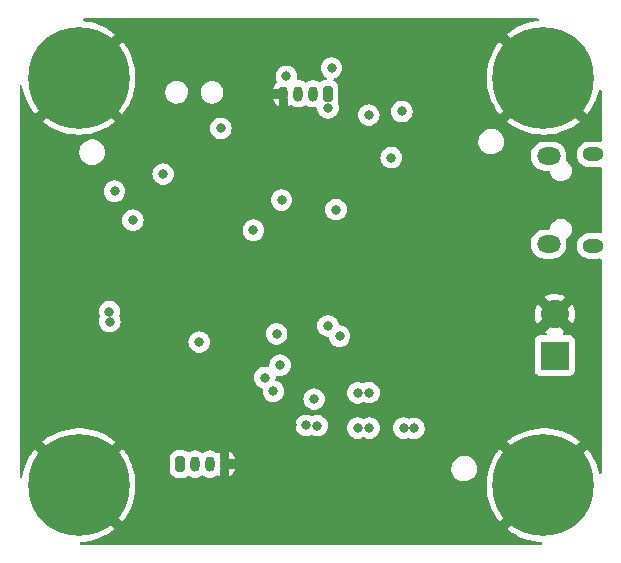
<source format=gbr>
%TF.GenerationSoftware,KiCad,Pcbnew,(6.0.1)*%
%TF.CreationDate,2022-05-18T16:29:04+06:30*%
%TF.ProjectId,STM32_USB_Buck,53544d33-325f-4555-9342-5f4275636b2e,v1.0*%
%TF.SameCoordinates,Original*%
%TF.FileFunction,Copper,L2,Inr*%
%TF.FilePolarity,Positive*%
%FSLAX46Y46*%
G04 Gerber Fmt 4.6, Leading zero omitted, Abs format (unit mm)*
G04 Created by KiCad (PCBNEW (6.0.1)) date 2022-05-18 16:29:04*
%MOMM*%
%LPD*%
G01*
G04 APERTURE LIST*
G04 Aperture macros list*
%AMRoundRect*
0 Rectangle with rounded corners*
0 $1 Rounding radius*
0 $2 $3 $4 $5 $6 $7 $8 $9 X,Y pos of 4 corners*
0 Add a 4 corners polygon primitive as box body*
4,1,4,$2,$3,$4,$5,$6,$7,$8,$9,$2,$3,0*
0 Add four circle primitives for the rounded corners*
1,1,$1+$1,$2,$3*
1,1,$1+$1,$4,$5*
1,1,$1+$1,$6,$7*
1,1,$1+$1,$8,$9*
0 Add four rect primitives between the rounded corners*
20,1,$1+$1,$2,$3,$4,$5,0*
20,1,$1+$1,$4,$5,$6,$7,0*
20,1,$1+$1,$6,$7,$8,$9,0*
20,1,$1+$1,$8,$9,$2,$3,0*%
G04 Aperture macros list end*
%TA.AperFunction,ComponentPad*%
%ADD10C,0.900000*%
%TD*%
%TA.AperFunction,ComponentPad*%
%ADD11C,8.600000*%
%TD*%
%TA.AperFunction,ComponentPad*%
%ADD12RoundRect,0.200000X-0.200000X-0.450000X0.200000X-0.450000X0.200000X0.450000X-0.200000X0.450000X0*%
%TD*%
%TA.AperFunction,ComponentPad*%
%ADD13O,0.800000X1.300000*%
%TD*%
%TA.AperFunction,ComponentPad*%
%ADD14RoundRect,0.200000X0.200000X0.450000X-0.200000X0.450000X-0.200000X-0.450000X0.200000X-0.450000X0*%
%TD*%
%TA.AperFunction,ComponentPad*%
%ADD15R,2.400000X2.400000*%
%TD*%
%TA.AperFunction,ComponentPad*%
%ADD16C,2.400000*%
%TD*%
%TA.AperFunction,ComponentPad*%
%ADD17O,1.800000X1.150000*%
%TD*%
%TA.AperFunction,ComponentPad*%
%ADD18O,2.000000X1.450000*%
%TD*%
%TA.AperFunction,ViaPad*%
%ADD19C,0.800000*%
%TD*%
G04 APERTURE END LIST*
D10*
%TO.N,GND*%
%TO.C,H1*%
X166339019Y-90723219D03*
X161778181Y-86162381D03*
X161778181Y-90723219D03*
X167283600Y-88442800D03*
D11*
X164058600Y-88442800D03*
D10*
X164058600Y-85217800D03*
X164058600Y-91667800D03*
X160833600Y-88442800D03*
X166339019Y-86162381D03*
%TD*%
%TO.N,GND*%
%TO.C,H3*%
X166339019Y-120655581D03*
X164058600Y-119711000D03*
X161778181Y-120655581D03*
D11*
X164058600Y-122936000D03*
D10*
X160833600Y-122936000D03*
X167283600Y-122936000D03*
X166339019Y-125216419D03*
X164058600Y-126161000D03*
X161778181Y-125216419D03*
%TD*%
D12*
%TO.N,+3V3*%
%TO.C,J3*%
X133325000Y-121150000D03*
D13*
%TO.N,USART3_TX*%
X134575000Y-121150000D03*
%TO.N,USART3_RX*%
X135825000Y-121150000D03*
%TO.N,GND*%
X137075000Y-121150000D03*
%TD*%
D14*
%TO.N,+3V3*%
%TO.C,J2*%
X145800000Y-89800000D03*
D13*
%TO.N,I2C1_SCL*%
X144550000Y-89800000D03*
%TO.N,I2C1_SDA*%
X143300000Y-89800000D03*
%TO.N,GND*%
X142050000Y-89800000D03*
%TD*%
D11*
%TO.N,GND*%
%TO.C,H2*%
X124714000Y-122936000D03*
D10*
X124714000Y-126161000D03*
X124714000Y-119711000D03*
X126994419Y-120655581D03*
X121489000Y-122936000D03*
X126994419Y-125216419D03*
X127939000Y-122936000D03*
X122433581Y-120655581D03*
X122433581Y-125216419D03*
%TD*%
D15*
%TO.N,+12V*%
%TO.C,J5*%
X165035000Y-111960600D03*
D16*
%TO.N,GND*%
X165035000Y-108460600D03*
%TD*%
D17*
%TO.N,unconnected-(J4-Pad6)*%
%TO.C,J4*%
X168300000Y-94925000D03*
X168300000Y-102675000D03*
D18*
X164500000Y-102525000D03*
X164500000Y-95075000D03*
%TD*%
D10*
%TO.N,GND*%
%TO.C,H4*%
X122433581Y-86162381D03*
X124714000Y-91667800D03*
X126994419Y-90723219D03*
X124714000Y-85217800D03*
X126994419Y-86162381D03*
D11*
X124714000Y-88442800D03*
D10*
X121489000Y-88442800D03*
X122433581Y-90723219D03*
X127939000Y-88442800D03*
%TD*%
D19*
%TO.N,+3V3*%
X152225000Y-118100000D03*
X148325000Y-118100000D03*
X145825000Y-109450000D03*
X131875000Y-96600000D03*
X153100000Y-118125000D03*
X141900000Y-98800000D03*
X144900000Y-117900000D03*
X143975000Y-117875000D03*
X136750000Y-92725000D03*
X141478000Y-110125000D03*
X145825000Y-91000000D03*
X148325000Y-115125000D03*
X149325000Y-118100000D03*
X151175000Y-95200000D03*
X144650000Y-115650000D03*
X127750000Y-98050000D03*
X146800000Y-110325000D03*
X141200000Y-115000000D03*
X146125000Y-87625000D03*
X142300000Y-88325000D03*
X127350000Y-109100000D03*
X141775000Y-112775000D03*
X129300000Y-100500000D03*
X127325000Y-108250000D03*
X140475000Y-113825000D03*
X134925000Y-110825000D03*
X149300000Y-115100000D03*
%TO.N,GND*%
X145375000Y-98775000D03*
X165875000Y-97550000D03*
X159200000Y-113075000D03*
X130850000Y-98300000D03*
X152475000Y-95200000D03*
X159425000Y-97125000D03*
X160675000Y-116050000D03*
X156225000Y-95200000D03*
X148450000Y-104750000D03*
X133425000Y-107775000D03*
X128975000Y-104750000D03*
X127750000Y-101450000D03*
X161625000Y-117125000D03*
X133450000Y-99550000D03*
X157650000Y-111250000D03*
X125675000Y-106850000D03*
X130125000Y-98775000D03*
X132350000Y-105200000D03*
X160850000Y-113050000D03*
X142748000Y-117856000D03*
X124950000Y-106300000D03*
X153800000Y-95225000D03*
X144400000Y-97825000D03*
X126175000Y-98200000D03*
X163200000Y-97550000D03*
X141732000Y-117856000D03*
X160825000Y-112175000D03*
X157775000Y-106250000D03*
X143350000Y-109350000D03*
X149350000Y-105700000D03*
X158000000Y-114400000D03*
X127750000Y-102275000D03*
X158600000Y-106800000D03*
X129275000Y-107775000D03*
X160650000Y-118150000D03*
%TO.N,Net-(J1-Pad4)*%
X149275000Y-91600000D03*
X152075000Y-91300000D03*
%TO.N,NRST*%
X139500000Y-101350000D03*
X146500000Y-99600000D03*
%TD*%
%TA.AperFunction,Conductor*%
%TO.N,GND*%
G36*
X163606995Y-83428002D02*
G01*
X163653488Y-83481658D01*
X163663592Y-83551932D01*
X163634098Y-83616512D01*
X163574372Y-83654896D01*
X163548431Y-83659637D01*
X163483193Y-83664600D01*
X163477636Y-83665272D01*
X163060728Y-83734664D01*
X163055231Y-83735832D01*
X162646147Y-83842009D01*
X162640781Y-83843661D01*
X162242753Y-83985783D01*
X162237565Y-83987900D01*
X161853733Y-84164850D01*
X161848764Y-84167414D01*
X161482181Y-84377784D01*
X161477448Y-84380787D01*
X161131020Y-84622909D01*
X161126579Y-84626317D01*
X161005671Y-84727950D01*
X160997227Y-84740666D01*
X161003334Y-84751138D01*
X167750251Y-91498055D01*
X167764012Y-91505569D01*
X167773372Y-91499111D01*
X167812844Y-91454103D01*
X167816344Y-91449735D01*
X168065673Y-91108445D01*
X168068768Y-91103787D01*
X168286760Y-90741703D01*
X168289441Y-90736764D01*
X168474379Y-90356746D01*
X168476614Y-90351580D01*
X168627042Y-89956615D01*
X168628801Y-89951296D01*
X168744285Y-89541818D01*
X168745184Y-89542072D01*
X168778364Y-89483587D01*
X168841220Y-89450579D01*
X168911945Y-89456793D01*
X168968082Y-89500258D01*
X168992000Y-89574118D01*
X168992000Y-93739709D01*
X168971998Y-93807830D01*
X168918342Y-93854323D01*
X168841850Y-93863373D01*
X168735658Y-93842635D01*
X168735655Y-93842635D01*
X168731212Y-93841767D01*
X168725753Y-93841500D01*
X167923349Y-93841500D01*
X167769183Y-93856209D01*
X167570793Y-93914410D01*
X167565466Y-93917154D01*
X167565465Y-93917154D01*
X167392318Y-94006330D01*
X167392315Y-94006332D01*
X167386987Y-94009076D01*
X167224399Y-94136791D01*
X167088894Y-94292947D01*
X166985362Y-94471908D01*
X166917539Y-94667219D01*
X166916678Y-94673154D01*
X166916678Y-94673156D01*
X166893251Y-94834729D01*
X166887871Y-94871831D01*
X166897431Y-95078361D01*
X166898835Y-95084186D01*
X166898835Y-95084187D01*
X166924294Y-95189824D01*
X166945871Y-95279357D01*
X166948353Y-95284815D01*
X166948354Y-95284819D01*
X166979618Y-95353581D01*
X167031445Y-95467568D01*
X167151065Y-95636201D01*
X167155388Y-95640339D01*
X167155392Y-95640344D01*
X167261429Y-95741852D01*
X167300415Y-95779173D01*
X167305454Y-95782427D01*
X167305457Y-95782429D01*
X167376535Y-95828323D01*
X167474106Y-95891323D01*
X167479669Y-95893565D01*
X167479673Y-95893567D01*
X167660301Y-95966362D01*
X167660304Y-95966363D01*
X167665870Y-95968606D01*
X167761274Y-95987237D01*
X167864342Y-96007365D01*
X167864345Y-96007365D01*
X167868788Y-96008233D01*
X167874247Y-96008500D01*
X168676651Y-96008500D01*
X168830817Y-95993791D01*
X168836566Y-95992104D01*
X168842178Y-95991024D01*
X168912851Y-95997785D01*
X168968650Y-96041683D01*
X168992000Y-96114751D01*
X168992000Y-101489709D01*
X168971998Y-101557830D01*
X168918342Y-101604323D01*
X168841850Y-101613373D01*
X168735658Y-101592635D01*
X168735655Y-101592635D01*
X168731212Y-101591767D01*
X168725753Y-101591500D01*
X167923349Y-101591500D01*
X167769183Y-101606209D01*
X167570793Y-101664410D01*
X167565466Y-101667154D01*
X167565465Y-101667154D01*
X167392318Y-101756330D01*
X167392315Y-101756332D01*
X167386987Y-101759076D01*
X167224399Y-101886791D01*
X167088894Y-102042947D01*
X166985362Y-102221908D01*
X166917539Y-102417219D01*
X166887871Y-102621831D01*
X166897431Y-102828361D01*
X166898835Y-102834186D01*
X166898835Y-102834187D01*
X166920761Y-102925164D01*
X166945871Y-103029357D01*
X166948353Y-103034815D01*
X166948354Y-103034819D01*
X166987832Y-103121645D01*
X167031445Y-103217568D01*
X167151065Y-103386201D01*
X167155388Y-103390339D01*
X167155392Y-103390344D01*
X167226587Y-103458498D01*
X167300415Y-103529173D01*
X167305454Y-103532427D01*
X167305457Y-103532429D01*
X167391126Y-103587744D01*
X167474106Y-103641323D01*
X167479669Y-103643565D01*
X167479673Y-103643567D01*
X167660301Y-103716362D01*
X167660304Y-103716363D01*
X167665870Y-103718606D01*
X167766561Y-103738269D01*
X167864342Y-103757365D01*
X167864345Y-103757365D01*
X167868788Y-103758233D01*
X167874247Y-103758500D01*
X168676651Y-103758500D01*
X168830817Y-103743791D01*
X168836566Y-103742104D01*
X168842178Y-103741024D01*
X168912851Y-103747785D01*
X168968650Y-103791683D01*
X168992000Y-103864751D01*
X168992000Y-121824889D01*
X168971998Y-121893010D01*
X168918342Y-121939503D01*
X168848068Y-121949607D01*
X168783488Y-121920113D01*
X168745104Y-121860387D01*
X168743107Y-121852697D01*
X168701483Y-121668748D01*
X168700010Y-121663361D01*
X168570447Y-121261025D01*
X168568510Y-121255815D01*
X168403698Y-120866599D01*
X168401283Y-120861536D01*
X168202536Y-120488535D01*
X168199685Y-120483713D01*
X167968574Y-120129865D01*
X167965292Y-120125297D01*
X167773910Y-119882530D01*
X167761985Y-119874059D01*
X167750451Y-119880545D01*
X161003235Y-126627761D01*
X160996275Y-126640506D01*
X161004207Y-126651323D01*
X161268402Y-126857363D01*
X161272959Y-126860602D01*
X161628048Y-127089880D01*
X161632850Y-127092686D01*
X162006916Y-127289491D01*
X162011974Y-127291871D01*
X162402035Y-127454638D01*
X162407290Y-127456561D01*
X162810276Y-127584008D01*
X162815675Y-127585455D01*
X163228396Y-127676575D01*
X163233907Y-127677537D01*
X163653101Y-127731610D01*
X163658664Y-127732077D01*
X163862798Y-127740097D01*
X163930081Y-127762758D01*
X163974431Y-127818198D01*
X163981768Y-127888814D01*
X163949763Y-127952187D01*
X163888576Y-127988197D01*
X163857851Y-127992000D01*
X124918694Y-127992000D01*
X124850573Y-127971998D01*
X124804080Y-127918342D01*
X124793976Y-127848068D01*
X124823470Y-127783488D01*
X124883196Y-127745104D01*
X124912429Y-127740156D01*
X125164125Y-127727626D01*
X125169708Y-127727098D01*
X125588305Y-127668640D01*
X125593792Y-127667623D01*
X126005543Y-127572185D01*
X126010929Y-127570681D01*
X126412567Y-127439018D01*
X126417784Y-127437046D01*
X126806126Y-127270202D01*
X126811169Y-127267764D01*
X127183131Y-127067063D01*
X127187935Y-127064188D01*
X127540563Y-126831231D01*
X127545126Y-126827916D01*
X127767146Y-126650998D01*
X127775615Y-126638942D01*
X127769188Y-126627584D01*
X124078736Y-122937132D01*
X125355594Y-122937132D01*
X125355725Y-122938965D01*
X125359976Y-122945580D01*
X128405651Y-125991255D01*
X128419412Y-125998769D01*
X128428772Y-125992311D01*
X128468244Y-125947303D01*
X128471744Y-125942935D01*
X128721073Y-125601645D01*
X128724168Y-125596987D01*
X128942160Y-125234903D01*
X128944841Y-125229964D01*
X129129779Y-124849946D01*
X129132014Y-124844780D01*
X129282442Y-124449815D01*
X129284201Y-124444496D01*
X129398920Y-124037730D01*
X129400204Y-124032259D01*
X129478315Y-123616883D01*
X129479102Y-123611346D01*
X129520035Y-123190102D01*
X129520308Y-123185665D01*
X129526788Y-122938233D01*
X129526746Y-122933762D01*
X129521360Y-122812825D01*
X159247455Y-122812825D01*
X159255200Y-123235410D01*
X159255550Y-123240976D01*
X159300831Y-123661208D01*
X159301678Y-123666746D01*
X159384135Y-124081286D01*
X159385464Y-124086698D01*
X159504452Y-124492289D01*
X159506258Y-124497564D01*
X159660819Y-124890948D01*
X159663101Y-124896072D01*
X159852016Y-125274150D01*
X159854740Y-125279043D01*
X160076517Y-125638833D01*
X160079668Y-125643469D01*
X160332552Y-125982123D01*
X160336090Y-125986446D01*
X160340856Y-125991768D01*
X160354351Y-126000131D01*
X160363763Y-125994441D01*
X163409392Y-122948812D01*
X163417006Y-122934868D01*
X163416875Y-122933035D01*
X163412624Y-122926420D01*
X160368303Y-119882099D01*
X160354995Y-119874832D01*
X160344956Y-119881954D01*
X160226823Y-120023994D01*
X160223428Y-120028467D01*
X159983128Y-120376152D01*
X159980149Y-120380902D01*
X159771706Y-120748575D01*
X159769162Y-120753568D01*
X159594229Y-121138312D01*
X159592138Y-121143511D01*
X159452098Y-121542290D01*
X159450477Y-121547659D01*
X159346440Y-121957303D01*
X159345306Y-121962776D01*
X159278096Y-122380054D01*
X159277451Y-122385632D01*
X159247602Y-122807204D01*
X159247455Y-122812825D01*
X129521360Y-122812825D01*
X129507917Y-122510973D01*
X129507419Y-122505386D01*
X129451155Y-122086499D01*
X129450162Y-122080976D01*
X129356883Y-121668748D01*
X129355410Y-121663361D01*
X129225847Y-121261025D01*
X129223910Y-121255815D01*
X129059098Y-120866599D01*
X129056683Y-120861536D01*
X128940434Y-120643365D01*
X132416500Y-120643365D01*
X132416501Y-121656634D01*
X132423247Y-121730062D01*
X132425246Y-121736440D01*
X132425246Y-121736441D01*
X132464089Y-121860387D01*
X132474528Y-121893699D01*
X132563361Y-122040381D01*
X132684619Y-122161639D01*
X132831301Y-122250472D01*
X132838548Y-122252743D01*
X132838550Y-122252744D01*
X132881198Y-122266109D01*
X132994938Y-122301753D01*
X133068365Y-122308500D01*
X133071263Y-122308500D01*
X133325665Y-122308499D01*
X133581634Y-122308499D01*
X133584492Y-122308236D01*
X133584501Y-122308236D01*
X133620004Y-122304974D01*
X133655062Y-122301753D01*
X133692489Y-122290024D01*
X133811450Y-122252744D01*
X133811452Y-122252743D01*
X133818699Y-122250472D01*
X133955018Y-122167915D01*
X134023648Y-122149736D01*
X134094350Y-122173755D01*
X134112308Y-122186802D01*
X134118248Y-122191118D01*
X134124276Y-122193802D01*
X134124278Y-122193803D01*
X134256663Y-122252744D01*
X134292712Y-122268794D01*
X134386112Y-122288647D01*
X134473056Y-122307128D01*
X134473061Y-122307128D01*
X134479513Y-122308500D01*
X134670487Y-122308500D01*
X134676939Y-122307128D01*
X134676944Y-122307128D01*
X134763888Y-122288647D01*
X134857288Y-122268794D01*
X134893337Y-122252744D01*
X135025722Y-122193803D01*
X135025724Y-122193802D01*
X135031752Y-122191118D01*
X135037693Y-122186802D01*
X135125939Y-122122687D01*
X135192807Y-122098828D01*
X135261958Y-122114909D01*
X135274061Y-122122687D01*
X135362308Y-122186802D01*
X135368248Y-122191118D01*
X135374276Y-122193802D01*
X135374278Y-122193803D01*
X135506663Y-122252744D01*
X135542712Y-122268794D01*
X135636112Y-122288647D01*
X135723056Y-122307128D01*
X135723061Y-122307128D01*
X135729513Y-122308500D01*
X135920487Y-122308500D01*
X135926939Y-122307128D01*
X135926944Y-122307128D01*
X136013888Y-122288647D01*
X136107288Y-122268794D01*
X136143337Y-122252744D01*
X136275722Y-122193803D01*
X136275724Y-122193802D01*
X136281752Y-122191118D01*
X136376366Y-122122377D01*
X136443230Y-122098520D01*
X136512382Y-122114600D01*
X136524485Y-122122378D01*
X136613157Y-122186802D01*
X136624529Y-122193368D01*
X136658450Y-122208470D01*
X136672428Y-122210344D01*
X136675000Y-122206257D01*
X136675000Y-122197724D01*
X137475000Y-122197724D01*
X137478973Y-122211255D01*
X137483753Y-122211942D01*
X137525471Y-122193368D01*
X137536843Y-122186802D01*
X137680574Y-122082376D01*
X137690337Y-122073585D01*
X137809214Y-121941558D01*
X137816938Y-121930927D01*
X137905765Y-121777074D01*
X137911111Y-121765066D01*
X137966010Y-121596104D01*
X137968741Y-121583259D01*
X137970343Y-121568015D01*
X137967664Y-121553364D01*
X137955343Y-121550000D01*
X137493115Y-121550000D01*
X137477876Y-121554475D01*
X137476671Y-121555865D01*
X137475000Y-121563548D01*
X137475000Y-122197724D01*
X136675000Y-122197724D01*
X136675000Y-121743892D01*
X136681167Y-121704955D01*
X136681629Y-121703533D01*
X136718542Y-121589928D01*
X136722269Y-121554475D01*
X136726890Y-121510503D01*
X156264729Y-121510503D01*
X156277759Y-121709301D01*
X156326799Y-121902397D01*
X156410207Y-122083322D01*
X156525189Y-122246018D01*
X156667894Y-122385035D01*
X156672690Y-122388240D01*
X156672693Y-122388242D01*
X156807496Y-122478314D01*
X156833544Y-122495719D01*
X156838847Y-122497997D01*
X156838850Y-122497999D01*
X156921542Y-122533526D01*
X157016591Y-122574362D01*
X157087896Y-122590497D01*
X157205266Y-122617055D01*
X157205271Y-122617056D01*
X157210903Y-122618330D01*
X157216674Y-122618557D01*
X157216676Y-122618557D01*
X157275511Y-122620869D01*
X157409975Y-122626152D01*
X157509903Y-122611663D01*
X157601418Y-122598395D01*
X157601423Y-122598394D01*
X157607139Y-122597565D01*
X157612611Y-122595707D01*
X157612613Y-122595707D01*
X157790327Y-122535381D01*
X157790329Y-122535380D01*
X157795791Y-122533526D01*
X157969615Y-122436180D01*
X158122788Y-122308788D01*
X158208757Y-122205421D01*
X158246489Y-122160053D01*
X158250180Y-122155615D01*
X158347526Y-121981791D01*
X158361184Y-121941558D01*
X158409707Y-121798613D01*
X158409707Y-121798611D01*
X158411565Y-121793139D01*
X158412394Y-121787423D01*
X158412395Y-121787418D01*
X158439619Y-121599649D01*
X158440152Y-121595975D01*
X158441644Y-121539000D01*
X158423415Y-121340610D01*
X158421847Y-121335050D01*
X158370905Y-121154424D01*
X158370904Y-121154422D01*
X158369337Y-121148865D01*
X158359004Y-121127910D01*
X158283777Y-120975366D01*
X158281222Y-120970185D01*
X158267039Y-120951191D01*
X158165473Y-120815179D01*
X158165473Y-120815178D01*
X158162020Y-120810555D01*
X158015724Y-120675321D01*
X157847234Y-120569011D01*
X157841874Y-120566873D01*
X157841869Y-120566870D01*
X157667556Y-120497327D01*
X157662192Y-120495187D01*
X157656532Y-120494061D01*
X157656528Y-120494060D01*
X157472461Y-120457447D01*
X157472459Y-120457447D01*
X157466794Y-120456320D01*
X157461019Y-120456244D01*
X157461015Y-120456244D01*
X157361480Y-120454941D01*
X157267586Y-120453712D01*
X157261889Y-120454691D01*
X157261888Y-120454691D01*
X157076935Y-120486472D01*
X157071238Y-120487451D01*
X156884327Y-120556406D01*
X156879366Y-120559358D01*
X156879365Y-120559358D01*
X156718079Y-120655313D01*
X156718076Y-120655315D01*
X156713111Y-120658269D01*
X156563326Y-120789627D01*
X156559750Y-120794162D01*
X156559750Y-120794163D01*
X156511254Y-120855680D01*
X156439986Y-120946082D01*
X156347224Y-121122394D01*
X156288145Y-121312658D01*
X156264729Y-121510503D01*
X136726890Y-121510503D01*
X136733156Y-121450880D01*
X136733500Y-121447610D01*
X136733500Y-120852390D01*
X136722563Y-120748329D01*
X136720835Y-120731885D01*
X137475000Y-120731885D01*
X137479475Y-120747124D01*
X137480865Y-120748329D01*
X137488548Y-120750000D01*
X137954122Y-120750000D01*
X137968413Y-120745804D01*
X137970471Y-120733199D01*
X137968741Y-120716741D01*
X137966010Y-120703896D01*
X137911111Y-120534934D01*
X137905765Y-120522926D01*
X137816938Y-120369073D01*
X137809214Y-120358442D01*
X137690337Y-120226415D01*
X137680574Y-120217624D01*
X137536843Y-120113198D01*
X137525471Y-120106632D01*
X137491550Y-120091530D01*
X137477572Y-120089656D01*
X137475000Y-120093743D01*
X137475000Y-120731885D01*
X136720835Y-120731885D01*
X136719233Y-120716642D01*
X136719232Y-120716638D01*
X136718542Y-120710072D01*
X136681167Y-120595044D01*
X136675000Y-120556108D01*
X136675000Y-120102276D01*
X136671027Y-120088745D01*
X136666247Y-120088058D01*
X136624529Y-120106632D01*
X136613157Y-120113198D01*
X136524485Y-120177622D01*
X136457617Y-120201481D01*
X136388466Y-120185400D01*
X136376380Y-120177634D01*
X136281752Y-120108882D01*
X136275724Y-120106198D01*
X136275722Y-120106197D01*
X136113319Y-120033891D01*
X136113318Y-120033891D01*
X136107288Y-120031206D01*
X136013887Y-120011353D01*
X135926944Y-119992872D01*
X135926939Y-119992872D01*
X135920487Y-119991500D01*
X135729513Y-119991500D01*
X135723061Y-119992872D01*
X135723056Y-119992872D01*
X135636113Y-120011353D01*
X135542712Y-120031206D01*
X135536682Y-120033891D01*
X135536681Y-120033891D01*
X135374278Y-120106197D01*
X135374276Y-120106198D01*
X135368248Y-120108882D01*
X135362907Y-120112762D01*
X135362906Y-120112763D01*
X135274061Y-120177313D01*
X135207193Y-120201172D01*
X135138042Y-120185091D01*
X135125939Y-120177313D01*
X135037094Y-120112763D01*
X135037093Y-120112762D01*
X135031752Y-120108882D01*
X135025724Y-120106198D01*
X135025722Y-120106197D01*
X134863319Y-120033891D01*
X134863318Y-120033891D01*
X134857288Y-120031206D01*
X134763887Y-120011353D01*
X134676944Y-119992872D01*
X134676939Y-119992872D01*
X134670487Y-119991500D01*
X134479513Y-119991500D01*
X134473061Y-119992872D01*
X134473056Y-119992872D01*
X134386113Y-120011353D01*
X134292712Y-120031206D01*
X134286682Y-120033891D01*
X134286681Y-120033891D01*
X134124278Y-120106197D01*
X134124276Y-120106198D01*
X134118248Y-120108882D01*
X134112908Y-120112762D01*
X134112906Y-120112763D01*
X134094350Y-120126245D01*
X134027482Y-120150103D01*
X133955018Y-120132085D01*
X133943810Y-120125297D01*
X133818699Y-120049528D01*
X133811452Y-120047257D01*
X133811450Y-120047256D01*
X133737220Y-120023994D01*
X133655062Y-119998247D01*
X133581635Y-119991500D01*
X133578737Y-119991500D01*
X133324335Y-119991501D01*
X133068366Y-119991501D01*
X133065508Y-119991764D01*
X133065499Y-119991764D01*
X133029996Y-119995026D01*
X132994938Y-119998247D01*
X132988560Y-120000246D01*
X132988559Y-120000246D01*
X132838550Y-120047256D01*
X132838548Y-120047257D01*
X132831301Y-120049528D01*
X132684619Y-120138361D01*
X132563361Y-120259619D01*
X132474528Y-120406301D01*
X132423247Y-120569938D01*
X132416500Y-120643365D01*
X128940434Y-120643365D01*
X128857936Y-120488535D01*
X128855085Y-120483713D01*
X128623974Y-120129865D01*
X128620692Y-120125297D01*
X128429310Y-119882530D01*
X128417385Y-119874059D01*
X128405851Y-119880545D01*
X125363208Y-122923188D01*
X125355594Y-122937132D01*
X124078736Y-122937132D01*
X121023703Y-119882099D01*
X121010395Y-119874832D01*
X121000356Y-119881954D01*
X120882223Y-120023994D01*
X120878828Y-120028467D01*
X120638528Y-120376152D01*
X120635549Y-120380902D01*
X120427106Y-120748575D01*
X120424562Y-120753568D01*
X120249629Y-121138312D01*
X120247538Y-121143511D01*
X120107498Y-121542290D01*
X120105877Y-121547659D01*
X120001840Y-121957303D01*
X120000706Y-121962776D01*
X119958397Y-122225457D01*
X119927817Y-122289531D01*
X119867451Y-122326900D01*
X119796464Y-122325700D01*
X119737395Y-122286313D01*
X119708997Y-122221243D01*
X119708000Y-122205421D01*
X119708000Y-119233866D01*
X121652627Y-119233866D01*
X121658734Y-119244338D01*
X124701188Y-122286792D01*
X124715132Y-122294406D01*
X124716965Y-122294275D01*
X124723580Y-122290024D01*
X127769806Y-119243798D01*
X127775230Y-119233866D01*
X160997227Y-119233866D01*
X161003334Y-119244338D01*
X164045788Y-122286792D01*
X164059732Y-122294406D01*
X164061565Y-122294275D01*
X164068180Y-122290024D01*
X167114406Y-119243798D01*
X167121969Y-119229948D01*
X167115642Y-119220727D01*
X167089523Y-119197578D01*
X167085160Y-119194045D01*
X166745200Y-118942948D01*
X166740547Y-118939821D01*
X166379595Y-118719926D01*
X166374694Y-118717232D01*
X165995627Y-118530297D01*
X165990504Y-118528048D01*
X165596307Y-118375545D01*
X165591017Y-118373765D01*
X165184818Y-118256904D01*
X165179394Y-118255602D01*
X164764422Y-118175316D01*
X164758893Y-118174500D01*
X164338428Y-118131420D01*
X164332847Y-118131098D01*
X163910235Y-118125566D01*
X163904624Y-118125742D01*
X163483193Y-118157800D01*
X163477636Y-118158472D01*
X163060728Y-118227864D01*
X163055231Y-118229032D01*
X162646147Y-118335209D01*
X162640781Y-118336861D01*
X162242753Y-118478983D01*
X162237565Y-118481100D01*
X161853733Y-118658050D01*
X161848764Y-118660614D01*
X161482181Y-118870984D01*
X161477448Y-118873987D01*
X161131020Y-119116109D01*
X161126579Y-119119517D01*
X161005671Y-119221150D01*
X160997227Y-119233866D01*
X127775230Y-119233866D01*
X127777369Y-119229948D01*
X127771042Y-119220727D01*
X127744923Y-119197578D01*
X127740560Y-119194045D01*
X127400600Y-118942948D01*
X127395947Y-118939821D01*
X127034995Y-118719926D01*
X127030094Y-118717232D01*
X126651027Y-118530297D01*
X126645904Y-118528048D01*
X126251707Y-118375545D01*
X126246417Y-118373765D01*
X125840218Y-118256904D01*
X125834794Y-118255602D01*
X125419822Y-118175316D01*
X125414293Y-118174500D01*
X124993828Y-118131420D01*
X124988247Y-118131098D01*
X124565635Y-118125566D01*
X124560024Y-118125742D01*
X124138593Y-118157800D01*
X124133036Y-118158472D01*
X123716128Y-118227864D01*
X123710631Y-118229032D01*
X123301547Y-118335209D01*
X123296181Y-118336861D01*
X122898153Y-118478983D01*
X122892965Y-118481100D01*
X122509133Y-118658050D01*
X122504164Y-118660614D01*
X122137581Y-118870984D01*
X122132848Y-118873987D01*
X121786420Y-119116109D01*
X121781979Y-119119517D01*
X121661071Y-119221150D01*
X121652627Y-119233866D01*
X119708000Y-119233866D01*
X119708000Y-117875000D01*
X143061496Y-117875000D01*
X143062186Y-117881565D01*
X143068500Y-117941635D01*
X143081458Y-118064928D01*
X143140473Y-118246556D01*
X143235960Y-118411944D01*
X143240378Y-118416851D01*
X143240379Y-118416852D01*
X143258470Y-118436944D01*
X143363747Y-118553866D01*
X143518248Y-118666118D01*
X143524276Y-118668802D01*
X143524278Y-118668803D01*
X143591824Y-118698876D01*
X143692712Y-118743794D01*
X143786112Y-118763647D01*
X143873056Y-118782128D01*
X143873061Y-118782128D01*
X143879513Y-118783500D01*
X144070487Y-118783500D01*
X144076939Y-118782128D01*
X144076944Y-118782128D01*
X144163888Y-118763647D01*
X144257288Y-118743794D01*
X144358176Y-118698876D01*
X144428542Y-118689442D01*
X144460673Y-118698876D01*
X144617712Y-118768794D01*
X144711112Y-118788647D01*
X144798056Y-118807128D01*
X144798061Y-118807128D01*
X144804513Y-118808500D01*
X144995487Y-118808500D01*
X145001939Y-118807128D01*
X145001944Y-118807128D01*
X145088888Y-118788647D01*
X145182288Y-118768794D01*
X145235358Y-118745166D01*
X145350722Y-118693803D01*
X145350724Y-118693802D01*
X145356752Y-118691118D01*
X145391162Y-118666118D01*
X145412157Y-118650864D01*
X145511253Y-118578866D01*
X145639040Y-118436944D01*
X145734527Y-118271556D01*
X145790269Y-118100000D01*
X147411496Y-118100000D01*
X147412186Y-118106565D01*
X147430129Y-118277279D01*
X147431458Y-118289928D01*
X147490473Y-118471556D01*
X147585960Y-118636944D01*
X147590378Y-118641851D01*
X147590379Y-118641852D01*
X147704678Y-118768794D01*
X147713747Y-118778866D01*
X147752646Y-118807128D01*
X147825000Y-118859696D01*
X147868248Y-118891118D01*
X147874276Y-118893802D01*
X147874278Y-118893803D01*
X148036681Y-118966109D01*
X148042712Y-118968794D01*
X148136112Y-118988647D01*
X148223056Y-119007128D01*
X148223061Y-119007128D01*
X148229513Y-119008500D01*
X148420487Y-119008500D01*
X148426939Y-119007128D01*
X148426944Y-119007128D01*
X148513888Y-118988647D01*
X148607288Y-118968794D01*
X148773752Y-118894680D01*
X148844118Y-118885246D01*
X148876247Y-118894680D01*
X149042712Y-118968794D01*
X149136112Y-118988647D01*
X149223056Y-119007128D01*
X149223061Y-119007128D01*
X149229513Y-119008500D01*
X149420487Y-119008500D01*
X149426939Y-119007128D01*
X149426944Y-119007128D01*
X149513888Y-118988647D01*
X149607288Y-118968794D01*
X149613319Y-118966109D01*
X149775722Y-118893803D01*
X149775724Y-118893802D01*
X149781752Y-118891118D01*
X149825001Y-118859696D01*
X149897354Y-118807128D01*
X149936253Y-118778866D01*
X149945322Y-118768794D01*
X150059621Y-118641852D01*
X150059622Y-118641851D01*
X150064040Y-118636944D01*
X150159527Y-118471556D01*
X150218542Y-118289928D01*
X150219872Y-118277279D01*
X150237814Y-118106565D01*
X150238504Y-118100000D01*
X151311496Y-118100000D01*
X151312186Y-118106565D01*
X151330129Y-118277279D01*
X151331458Y-118289928D01*
X151390473Y-118471556D01*
X151485960Y-118636944D01*
X151490378Y-118641851D01*
X151490379Y-118641852D01*
X151604678Y-118768794D01*
X151613747Y-118778866D01*
X151652646Y-118807128D01*
X151725000Y-118859696D01*
X151768248Y-118891118D01*
X151774276Y-118893802D01*
X151774278Y-118893803D01*
X151936681Y-118966109D01*
X151942712Y-118968794D01*
X152036112Y-118988647D01*
X152123056Y-119007128D01*
X152123061Y-119007128D01*
X152129513Y-119008500D01*
X152320487Y-119008500D01*
X152326939Y-119007128D01*
X152326944Y-119007128D01*
X152413888Y-118988647D01*
X152507288Y-118968794D01*
X152572363Y-118939821D01*
X152583175Y-118935007D01*
X152653542Y-118925573D01*
X152685672Y-118935007D01*
X152811677Y-118991108D01*
X152811685Y-118991111D01*
X152817712Y-118993794D01*
X152911113Y-119013647D01*
X152998056Y-119032128D01*
X152998061Y-119032128D01*
X153004513Y-119033500D01*
X153195487Y-119033500D01*
X153201939Y-119032128D01*
X153201944Y-119032128D01*
X153288887Y-119013647D01*
X153382288Y-118993794D01*
X153435358Y-118970166D01*
X153550722Y-118918803D01*
X153550724Y-118918802D01*
X153556752Y-118916118D01*
X153591162Y-118891118D01*
X153634410Y-118859696D01*
X153711253Y-118803866D01*
X153839040Y-118661944D01*
X153934527Y-118496556D01*
X153993542Y-118314928D01*
X153996860Y-118283365D01*
X154012814Y-118131565D01*
X154013504Y-118125000D01*
X154007190Y-118064928D01*
X153994232Y-117941635D01*
X153994232Y-117941633D01*
X153993542Y-117935072D01*
X153934527Y-117753444D01*
X153839040Y-117588056D01*
X153821679Y-117568774D01*
X153715675Y-117451045D01*
X153715674Y-117451044D01*
X153711253Y-117446134D01*
X153556752Y-117333882D01*
X153550724Y-117331198D01*
X153550722Y-117331197D01*
X153388319Y-117258891D01*
X153388318Y-117258891D01*
X153382288Y-117256206D01*
X153288888Y-117236353D01*
X153201944Y-117217872D01*
X153201939Y-117217872D01*
X153195487Y-117216500D01*
X153004513Y-117216500D01*
X152998061Y-117217872D01*
X152998056Y-117217872D01*
X152911112Y-117236353D01*
X152817712Y-117256206D01*
X152811682Y-117258891D01*
X152811681Y-117258891D01*
X152741825Y-117289993D01*
X152671458Y-117299427D01*
X152639328Y-117289993D01*
X152513323Y-117233892D01*
X152513315Y-117233889D01*
X152507288Y-117231206D01*
X152413888Y-117211353D01*
X152326944Y-117192872D01*
X152326939Y-117192872D01*
X152320487Y-117191500D01*
X152129513Y-117191500D01*
X152123061Y-117192872D01*
X152123056Y-117192872D01*
X152036112Y-117211353D01*
X151942712Y-117231206D01*
X151936682Y-117233891D01*
X151936681Y-117233891D01*
X151774278Y-117306197D01*
X151774276Y-117306198D01*
X151768248Y-117308882D01*
X151762907Y-117312762D01*
X151762906Y-117312763D01*
X151720223Y-117343774D01*
X151613747Y-117421134D01*
X151485960Y-117563056D01*
X151390473Y-117728444D01*
X151331458Y-117910072D01*
X151330768Y-117916633D01*
X151330768Y-117916635D01*
X151315872Y-118058365D01*
X151311496Y-118100000D01*
X150238504Y-118100000D01*
X150234128Y-118058365D01*
X150219232Y-117916635D01*
X150219232Y-117916633D01*
X150218542Y-117910072D01*
X150159527Y-117728444D01*
X150064040Y-117563056D01*
X149936253Y-117421134D01*
X149829777Y-117343774D01*
X149787094Y-117312763D01*
X149787093Y-117312762D01*
X149781752Y-117308882D01*
X149775724Y-117306198D01*
X149775722Y-117306197D01*
X149613319Y-117233891D01*
X149613318Y-117233891D01*
X149607288Y-117231206D01*
X149513888Y-117211353D01*
X149426944Y-117192872D01*
X149426939Y-117192872D01*
X149420487Y-117191500D01*
X149229513Y-117191500D01*
X149223061Y-117192872D01*
X149223056Y-117192872D01*
X149136112Y-117211353D01*
X149042712Y-117231206D01*
X148876248Y-117305320D01*
X148805882Y-117314754D01*
X148773753Y-117305320D01*
X148607288Y-117231206D01*
X148513888Y-117211353D01*
X148426944Y-117192872D01*
X148426939Y-117192872D01*
X148420487Y-117191500D01*
X148229513Y-117191500D01*
X148223061Y-117192872D01*
X148223056Y-117192872D01*
X148136112Y-117211353D01*
X148042712Y-117231206D01*
X148036682Y-117233891D01*
X148036681Y-117233891D01*
X147874278Y-117306197D01*
X147874276Y-117306198D01*
X147868248Y-117308882D01*
X147862907Y-117312762D01*
X147862906Y-117312763D01*
X147820223Y-117343774D01*
X147713747Y-117421134D01*
X147585960Y-117563056D01*
X147490473Y-117728444D01*
X147431458Y-117910072D01*
X147430768Y-117916633D01*
X147430768Y-117916635D01*
X147415872Y-118058365D01*
X147411496Y-118100000D01*
X145790269Y-118100000D01*
X145793542Y-118089928D01*
X145796860Y-118058365D01*
X145812814Y-117906565D01*
X145813504Y-117900000D01*
X145795473Y-117728444D01*
X145794232Y-117716635D01*
X145794232Y-117716633D01*
X145793542Y-117710072D01*
X145734527Y-117528444D01*
X145639040Y-117363056D01*
X145621679Y-117343774D01*
X145515675Y-117226045D01*
X145515674Y-117226044D01*
X145511253Y-117221134D01*
X145356752Y-117108882D01*
X145350724Y-117106198D01*
X145350722Y-117106197D01*
X145188319Y-117033891D01*
X145188318Y-117033891D01*
X145182288Y-117031206D01*
X145077305Y-117008891D01*
X145001944Y-116992872D01*
X145001939Y-116992872D01*
X144995487Y-116991500D01*
X144804513Y-116991500D01*
X144798061Y-116992872D01*
X144798056Y-116992872D01*
X144722695Y-117008891D01*
X144617712Y-117031206D01*
X144611682Y-117033891D01*
X144611681Y-117033891D01*
X144516825Y-117076124D01*
X144446458Y-117085558D01*
X144414327Y-117076124D01*
X144263319Y-117008891D01*
X144263318Y-117008891D01*
X144257288Y-117006206D01*
X144163887Y-116986353D01*
X144076944Y-116967872D01*
X144076939Y-116967872D01*
X144070487Y-116966500D01*
X143879513Y-116966500D01*
X143873061Y-116967872D01*
X143873056Y-116967872D01*
X143786113Y-116986353D01*
X143692712Y-117006206D01*
X143686682Y-117008891D01*
X143686681Y-117008891D01*
X143524278Y-117081197D01*
X143524276Y-117081198D01*
X143518248Y-117083882D01*
X143512907Y-117087762D01*
X143512906Y-117087763D01*
X143478497Y-117112763D01*
X143363747Y-117196134D01*
X143359326Y-117201044D01*
X143359325Y-117201045D01*
X143257842Y-117313754D01*
X143235960Y-117338056D01*
X143140473Y-117503444D01*
X143081458Y-117685072D01*
X143080768Y-117691633D01*
X143080768Y-117691635D01*
X143077501Y-117722721D01*
X143061496Y-117875000D01*
X119708000Y-117875000D01*
X119708000Y-113825000D01*
X139561496Y-113825000D01*
X139581458Y-114014928D01*
X139640473Y-114196556D01*
X139735960Y-114361944D01*
X139740378Y-114366851D01*
X139740379Y-114366852D01*
X139832150Y-114468774D01*
X139863747Y-114503866D01*
X140018248Y-114616118D01*
X140024276Y-114618802D01*
X140024278Y-114618803D01*
X140060049Y-114634729D01*
X140192712Y-114693794D01*
X140204954Y-114696396D01*
X140267426Y-114730121D01*
X140301749Y-114792270D01*
X140304068Y-114832812D01*
X140286496Y-115000000D01*
X140287186Y-115006565D01*
X140298980Y-115118774D01*
X140306458Y-115189928D01*
X140365473Y-115371556D01*
X140460960Y-115536944D01*
X140465378Y-115541851D01*
X140465379Y-115541852D01*
X140584325Y-115673955D01*
X140588747Y-115678866D01*
X140687843Y-115750864D01*
X140726385Y-115778866D01*
X140743248Y-115791118D01*
X140749276Y-115793802D01*
X140749278Y-115793803D01*
X140866978Y-115846206D01*
X140917712Y-115868794D01*
X141004479Y-115887237D01*
X141098056Y-115907128D01*
X141098061Y-115907128D01*
X141104513Y-115908500D01*
X141295487Y-115908500D01*
X141301939Y-115907128D01*
X141301944Y-115907128D01*
X141395521Y-115887237D01*
X141482288Y-115868794D01*
X141533022Y-115846206D01*
X141650722Y-115793803D01*
X141650724Y-115793802D01*
X141656752Y-115791118D01*
X141673616Y-115778866D01*
X141712157Y-115750864D01*
X141811253Y-115678866D01*
X141815675Y-115673955D01*
X141837244Y-115650000D01*
X143736496Y-115650000D01*
X143737186Y-115656565D01*
X143752152Y-115798955D01*
X143756458Y-115839928D01*
X143815473Y-116021556D01*
X143910960Y-116186944D01*
X144038747Y-116328866D01*
X144193248Y-116441118D01*
X144199276Y-116443802D01*
X144199278Y-116443803D01*
X144361681Y-116516109D01*
X144367712Y-116518794D01*
X144461113Y-116538647D01*
X144548056Y-116557128D01*
X144548061Y-116557128D01*
X144554513Y-116558500D01*
X144745487Y-116558500D01*
X144751939Y-116557128D01*
X144751944Y-116557128D01*
X144838887Y-116538647D01*
X144932288Y-116518794D01*
X144938319Y-116516109D01*
X145100722Y-116443803D01*
X145100724Y-116443802D01*
X145106752Y-116441118D01*
X145261253Y-116328866D01*
X145389040Y-116186944D01*
X145484527Y-116021556D01*
X145543542Y-115839928D01*
X145547849Y-115798955D01*
X145562814Y-115656565D01*
X145563504Y-115650000D01*
X145552137Y-115541852D01*
X145544232Y-115466635D01*
X145544232Y-115466633D01*
X145543542Y-115460072D01*
X145484527Y-115278444D01*
X145395936Y-115125000D01*
X147411496Y-115125000D01*
X147412186Y-115131565D01*
X147428141Y-115283365D01*
X147431458Y-115314928D01*
X147490473Y-115496556D01*
X147585960Y-115661944D01*
X147590378Y-115666851D01*
X147590379Y-115666852D01*
X147604693Y-115682749D01*
X147713747Y-115803866D01*
X147754349Y-115833365D01*
X147833839Y-115891118D01*
X147868248Y-115916118D01*
X147874276Y-115918802D01*
X147874278Y-115918803D01*
X147989642Y-115970166D01*
X148042712Y-115993794D01*
X148136112Y-116013647D01*
X148223056Y-116032128D01*
X148223061Y-116032128D01*
X148229513Y-116033500D01*
X148420487Y-116033500D01*
X148426939Y-116032128D01*
X148426944Y-116032128D01*
X148513888Y-116013647D01*
X148607288Y-115993794D01*
X148781752Y-115916118D01*
X148782125Y-115916956D01*
X148845595Y-115901560D01*
X148890846Y-115912310D01*
X148905428Y-115918802D01*
X149017712Y-115968794D01*
X149111113Y-115988647D01*
X149198056Y-116007128D01*
X149198061Y-116007128D01*
X149204513Y-116008500D01*
X149395487Y-116008500D01*
X149401939Y-116007128D01*
X149401944Y-116007128D01*
X149488887Y-115988647D01*
X149582288Y-115968794D01*
X149588319Y-115966109D01*
X149750722Y-115893803D01*
X149750724Y-115893802D01*
X149756752Y-115891118D01*
X149911253Y-115778866D01*
X150021373Y-115656565D01*
X150034621Y-115641852D01*
X150034622Y-115641851D01*
X150039040Y-115636944D01*
X150134527Y-115471556D01*
X150193542Y-115289928D01*
X150203393Y-115196206D01*
X150212814Y-115106565D01*
X150213504Y-115100000D01*
X150199552Y-114967251D01*
X150194232Y-114916635D01*
X150194232Y-114916633D01*
X150193542Y-114910072D01*
X150134527Y-114728444D01*
X150116024Y-114696395D01*
X150097314Y-114663990D01*
X150039040Y-114563056D01*
X149989242Y-114507749D01*
X149915675Y-114426045D01*
X149915674Y-114426044D01*
X149911253Y-114421134D01*
X149796503Y-114337763D01*
X149762094Y-114312763D01*
X149762093Y-114312762D01*
X149756752Y-114308882D01*
X149750724Y-114306198D01*
X149750722Y-114306197D01*
X149588319Y-114233891D01*
X149588318Y-114233891D01*
X149582288Y-114231206D01*
X149488888Y-114211353D01*
X149401944Y-114192872D01*
X149401939Y-114192872D01*
X149395487Y-114191500D01*
X149204513Y-114191500D01*
X149198061Y-114192872D01*
X149198056Y-114192872D01*
X149111112Y-114211353D01*
X149017712Y-114231206D01*
X148843248Y-114308882D01*
X148842875Y-114308044D01*
X148779405Y-114323440D01*
X148734154Y-114312690D01*
X148613319Y-114258891D01*
X148613318Y-114258891D01*
X148607288Y-114256206D01*
X148502305Y-114233891D01*
X148426944Y-114217872D01*
X148426939Y-114217872D01*
X148420487Y-114216500D01*
X148229513Y-114216500D01*
X148223061Y-114217872D01*
X148223056Y-114217872D01*
X148147695Y-114233891D01*
X148042712Y-114256206D01*
X148036682Y-114258891D01*
X148036681Y-114258891D01*
X147874278Y-114331197D01*
X147874276Y-114331198D01*
X147868248Y-114333882D01*
X147713747Y-114446134D01*
X147709326Y-114451044D01*
X147709325Y-114451045D01*
X147603322Y-114568774D01*
X147585960Y-114588056D01*
X147568208Y-114618803D01*
X147503939Y-114730121D01*
X147490473Y-114753444D01*
X147431458Y-114935072D01*
X147430768Y-114941633D01*
X147430768Y-114941635D01*
X147425324Y-114993435D01*
X147411496Y-115125000D01*
X145395936Y-115125000D01*
X145389040Y-115113056D01*
X145383196Y-115106565D01*
X145265675Y-114976045D01*
X145265674Y-114976044D01*
X145261253Y-114971134D01*
X145106752Y-114858882D01*
X145100724Y-114856198D01*
X145100722Y-114856197D01*
X144938319Y-114783891D01*
X144938318Y-114783891D01*
X144932288Y-114781206D01*
X144831247Y-114759729D01*
X144751944Y-114742872D01*
X144751939Y-114742872D01*
X144745487Y-114741500D01*
X144554513Y-114741500D01*
X144548061Y-114742872D01*
X144548056Y-114742872D01*
X144468753Y-114759729D01*
X144367712Y-114781206D01*
X144361682Y-114783891D01*
X144361681Y-114783891D01*
X144199278Y-114856197D01*
X144199276Y-114856198D01*
X144193248Y-114858882D01*
X144038747Y-114971134D01*
X144034326Y-114976044D01*
X144034325Y-114976045D01*
X143916805Y-115106565D01*
X143910960Y-115113056D01*
X143815473Y-115278444D01*
X143756458Y-115460072D01*
X143755768Y-115466633D01*
X143755768Y-115466635D01*
X143747863Y-115541852D01*
X143736496Y-115650000D01*
X141837244Y-115650000D01*
X141934621Y-115541852D01*
X141934622Y-115541851D01*
X141939040Y-115536944D01*
X142034527Y-115371556D01*
X142093542Y-115189928D01*
X142101021Y-115118774D01*
X142112814Y-115006565D01*
X142113504Y-115000000D01*
X142104052Y-114910072D01*
X142094232Y-114816635D01*
X142094232Y-114816633D01*
X142093542Y-114810072D01*
X142034527Y-114628444D01*
X141939040Y-114463056D01*
X141923804Y-114446134D01*
X141815675Y-114326045D01*
X141815674Y-114326044D01*
X141811253Y-114321134D01*
X141656752Y-114208882D01*
X141650724Y-114206198D01*
X141650722Y-114206197D01*
X141488316Y-114133890D01*
X141488317Y-114133890D01*
X141482288Y-114131206D01*
X141470046Y-114128604D01*
X141407574Y-114094879D01*
X141373251Y-114032730D01*
X141370932Y-113992188D01*
X141387814Y-113831565D01*
X141388504Y-113825000D01*
X141384770Y-113789471D01*
X141397543Y-113719632D01*
X141446045Y-113667786D01*
X141514878Y-113650392D01*
X141536277Y-113653054D01*
X141673056Y-113682128D01*
X141673061Y-113682128D01*
X141679513Y-113683500D01*
X141870487Y-113683500D01*
X141876939Y-113682128D01*
X141876944Y-113682128D01*
X141983063Y-113659571D01*
X142057288Y-113643794D01*
X142090979Y-113628794D01*
X142225722Y-113568803D01*
X142225724Y-113568802D01*
X142231752Y-113566118D01*
X142386253Y-113453866D01*
X142391786Y-113447721D01*
X142509621Y-113316852D01*
X142509622Y-113316851D01*
X142514040Y-113311944D01*
X142573628Y-113208734D01*
X163326500Y-113208734D01*
X163333255Y-113270916D01*
X163384385Y-113407305D01*
X163471739Y-113523861D01*
X163588295Y-113611215D01*
X163724684Y-113662345D01*
X163786866Y-113669100D01*
X166283134Y-113669100D01*
X166345316Y-113662345D01*
X166481705Y-113611215D01*
X166598261Y-113523861D01*
X166685615Y-113407305D01*
X166736745Y-113270916D01*
X166743500Y-113208734D01*
X166743500Y-110712466D01*
X166736745Y-110650284D01*
X166685615Y-110513895D01*
X166598261Y-110397339D01*
X166481705Y-110309985D01*
X166345316Y-110258855D01*
X166283134Y-110252100D01*
X165804696Y-110252100D01*
X165736575Y-110232098D01*
X165690082Y-110178442D01*
X165679978Y-110108168D01*
X165709472Y-110043588D01*
X165754958Y-110010333D01*
X165821573Y-109981713D01*
X165829856Y-109977400D01*
X165867295Y-109954232D01*
X165876712Y-109943732D01*
X165872826Y-109934822D01*
X165047812Y-109109808D01*
X165033868Y-109102194D01*
X165032035Y-109102325D01*
X165025420Y-109106576D01*
X164200134Y-109931862D01*
X164193374Y-109944242D01*
X164197840Y-109950208D01*
X164320213Y-110014592D01*
X164371185Y-110064012D01*
X164387348Y-110133144D01*
X164363569Y-110200040D01*
X164307398Y-110243461D01*
X164261545Y-110252100D01*
X163786866Y-110252100D01*
X163724684Y-110258855D01*
X163588295Y-110309985D01*
X163471739Y-110397339D01*
X163384385Y-110513895D01*
X163333255Y-110650284D01*
X163326500Y-110712466D01*
X163326500Y-113208734D01*
X142573628Y-113208734D01*
X142609527Y-113146556D01*
X142668542Y-112964928D01*
X142671981Y-112932214D01*
X142687814Y-112781565D01*
X142688504Y-112775000D01*
X142668542Y-112585072D01*
X142609527Y-112403444D01*
X142514040Y-112238056D01*
X142386253Y-112096134D01*
X142231752Y-111983882D01*
X142225724Y-111981198D01*
X142225722Y-111981197D01*
X142063319Y-111908891D01*
X142063318Y-111908891D01*
X142057288Y-111906206D01*
X141963887Y-111886353D01*
X141876944Y-111867872D01*
X141876939Y-111867872D01*
X141870487Y-111866500D01*
X141679513Y-111866500D01*
X141673061Y-111867872D01*
X141673056Y-111867872D01*
X141586112Y-111886353D01*
X141492712Y-111906206D01*
X141486682Y-111908891D01*
X141486681Y-111908891D01*
X141324278Y-111981197D01*
X141324276Y-111981198D01*
X141318248Y-111983882D01*
X141163747Y-112096134D01*
X141035960Y-112238056D01*
X140940473Y-112403444D01*
X140881458Y-112585072D01*
X140861496Y-112775000D01*
X140862186Y-112781565D01*
X140865230Y-112810529D01*
X140852457Y-112880368D01*
X140803955Y-112932214D01*
X140735122Y-112949608D01*
X140713723Y-112946946D01*
X140576944Y-112917872D01*
X140576939Y-112917872D01*
X140570487Y-112916500D01*
X140379513Y-112916500D01*
X140373061Y-112917872D01*
X140373056Y-112917872D01*
X140286113Y-112936353D01*
X140192712Y-112956206D01*
X140186682Y-112958891D01*
X140186681Y-112958891D01*
X140024278Y-113031197D01*
X140024276Y-113031198D01*
X140018248Y-113033882D01*
X139863747Y-113146134D01*
X139735960Y-113288056D01*
X139732659Y-113293774D01*
X139662963Y-113414491D01*
X139640473Y-113453444D01*
X139581458Y-113635072D01*
X139580768Y-113641633D01*
X139580768Y-113641635D01*
X139576512Y-113682128D01*
X139561496Y-113825000D01*
X119708000Y-113825000D01*
X119708000Y-110825000D01*
X134011496Y-110825000D01*
X134012186Y-110831565D01*
X134028955Y-110991109D01*
X134031458Y-111014928D01*
X134090473Y-111196556D01*
X134093776Y-111202278D01*
X134093777Y-111202279D01*
X134111803Y-111233500D01*
X134185960Y-111361944D01*
X134313747Y-111503866D01*
X134468248Y-111616118D01*
X134474276Y-111618802D01*
X134474278Y-111618803D01*
X134636681Y-111691109D01*
X134642712Y-111693794D01*
X134736113Y-111713647D01*
X134823056Y-111732128D01*
X134823061Y-111732128D01*
X134829513Y-111733500D01*
X135020487Y-111733500D01*
X135026939Y-111732128D01*
X135026944Y-111732128D01*
X135113887Y-111713647D01*
X135207288Y-111693794D01*
X135213319Y-111691109D01*
X135375722Y-111618803D01*
X135375724Y-111618802D01*
X135381752Y-111616118D01*
X135536253Y-111503866D01*
X135664040Y-111361944D01*
X135738197Y-111233500D01*
X135756223Y-111202279D01*
X135756224Y-111202278D01*
X135759527Y-111196556D01*
X135818542Y-111014928D01*
X135821046Y-110991109D01*
X135837814Y-110831565D01*
X135838504Y-110825000D01*
X135835767Y-110798955D01*
X135819232Y-110641635D01*
X135819232Y-110641633D01*
X135818542Y-110635072D01*
X135759527Y-110453444D01*
X135747238Y-110432158D01*
X135689160Y-110331565D01*
X135664040Y-110288056D01*
X135631998Y-110252469D01*
X135540675Y-110151045D01*
X135540674Y-110151044D01*
X135536253Y-110146134D01*
X135507165Y-110125000D01*
X140564496Y-110125000D01*
X140565186Y-110131565D01*
X140582235Y-110293774D01*
X140584458Y-110314928D01*
X140643473Y-110496556D01*
X140738960Y-110661944D01*
X140866747Y-110803866D01*
X141021248Y-110916118D01*
X141027276Y-110918802D01*
X141027278Y-110918803D01*
X141189681Y-110991109D01*
X141195712Y-110993794D01*
X141261365Y-111007749D01*
X141376056Y-111032128D01*
X141376061Y-111032128D01*
X141382513Y-111033500D01*
X141573487Y-111033500D01*
X141579939Y-111032128D01*
X141579944Y-111032128D01*
X141694635Y-111007749D01*
X141760288Y-110993794D01*
X141766319Y-110991109D01*
X141928722Y-110918803D01*
X141928724Y-110918802D01*
X141934752Y-110916118D01*
X142089253Y-110803866D01*
X142217040Y-110661944D01*
X142312527Y-110496556D01*
X142371542Y-110314928D01*
X142373766Y-110293774D01*
X142390814Y-110131565D01*
X142391504Y-110125000D01*
X142375991Y-109977400D01*
X142372232Y-109941635D01*
X142372232Y-109941633D01*
X142371542Y-109935072D01*
X142312527Y-109753444D01*
X142217040Y-109588056D01*
X142100740Y-109458891D01*
X142093675Y-109451045D01*
X142093674Y-109451044D01*
X142092734Y-109450000D01*
X144911496Y-109450000D01*
X144931458Y-109639928D01*
X144990473Y-109821556D01*
X145085960Y-109986944D01*
X145090378Y-109991851D01*
X145090379Y-109991852D01*
X145136962Y-110043588D01*
X145213747Y-110128866D01*
X145368248Y-110241118D01*
X145374276Y-110243802D01*
X145374278Y-110243803D01*
X145536681Y-110316109D01*
X145542712Y-110318794D01*
X145636112Y-110338647D01*
X145723056Y-110357128D01*
X145723061Y-110357128D01*
X145729513Y-110358500D01*
X145776566Y-110358500D01*
X145844687Y-110378502D01*
X145891180Y-110432158D01*
X145901876Y-110471328D01*
X145904046Y-110491977D01*
X145905129Y-110502279D01*
X145906458Y-110514928D01*
X145965473Y-110696556D01*
X146060960Y-110861944D01*
X146065378Y-110866851D01*
X146065379Y-110866852D01*
X146179678Y-110993794D01*
X146188747Y-111003866D01*
X146343248Y-111116118D01*
X146349276Y-111118802D01*
X146349278Y-111118803D01*
X146509799Y-111190271D01*
X146517712Y-111193794D01*
X146611113Y-111213647D01*
X146698056Y-111232128D01*
X146698061Y-111232128D01*
X146704513Y-111233500D01*
X146895487Y-111233500D01*
X146901939Y-111232128D01*
X146901944Y-111232128D01*
X146988887Y-111213647D01*
X147082288Y-111193794D01*
X147090201Y-111190271D01*
X147250722Y-111118803D01*
X147250724Y-111118802D01*
X147256752Y-111116118D01*
X147411253Y-111003866D01*
X147420322Y-110993794D01*
X147534621Y-110866852D01*
X147534622Y-110866851D01*
X147539040Y-110861944D01*
X147634527Y-110696556D01*
X147693542Y-110514928D01*
X147694872Y-110502279D01*
X147712814Y-110331565D01*
X147713504Y-110325000D01*
X147693542Y-110135072D01*
X147634527Y-109953444D01*
X147613990Y-109917872D01*
X147558381Y-109821556D01*
X147539040Y-109788056D01*
X147526344Y-109773955D01*
X147415675Y-109651045D01*
X147415674Y-109651044D01*
X147411253Y-109646134D01*
X147256752Y-109533882D01*
X147250724Y-109531198D01*
X147250722Y-109531197D01*
X147088319Y-109458891D01*
X147088318Y-109458891D01*
X147082288Y-109456206D01*
X146988888Y-109436353D01*
X146901944Y-109417872D01*
X146901939Y-109417872D01*
X146895487Y-109416500D01*
X146848434Y-109416500D01*
X146780313Y-109396498D01*
X146733820Y-109342842D01*
X146723124Y-109303670D01*
X146723075Y-109303197D01*
X146718542Y-109260072D01*
X146659527Y-109078444D01*
X146564040Y-108913056D01*
X146555701Y-108903794D01*
X146440675Y-108776045D01*
X146440674Y-108776044D01*
X146436253Y-108771134D01*
X146333736Y-108696651D01*
X146287094Y-108662763D01*
X146287093Y-108662762D01*
X146281752Y-108658882D01*
X146275724Y-108656198D01*
X146275722Y-108656197D01*
X146113319Y-108583891D01*
X146113318Y-108583891D01*
X146107288Y-108581206D01*
X146013888Y-108561353D01*
X145926944Y-108542872D01*
X145926939Y-108542872D01*
X145920487Y-108541500D01*
X145729513Y-108541500D01*
X145723061Y-108542872D01*
X145723056Y-108542872D01*
X145636112Y-108561353D01*
X145542712Y-108581206D01*
X145536682Y-108583891D01*
X145536681Y-108583891D01*
X145374278Y-108656197D01*
X145374276Y-108656198D01*
X145368248Y-108658882D01*
X145362907Y-108662762D01*
X145362906Y-108662763D01*
X145316264Y-108696651D01*
X145213747Y-108771134D01*
X145209326Y-108776044D01*
X145209325Y-108776045D01*
X145094300Y-108903794D01*
X145085960Y-108913056D01*
X144990473Y-109078444D01*
X144931458Y-109260072D01*
X144930768Y-109266633D01*
X144930768Y-109266635D01*
X144923700Y-109333882D01*
X144911496Y-109450000D01*
X142092734Y-109450000D01*
X142089253Y-109446134D01*
X141990157Y-109374136D01*
X141940094Y-109337763D01*
X141940093Y-109337762D01*
X141934752Y-109333882D01*
X141928724Y-109331198D01*
X141928722Y-109331197D01*
X141766319Y-109258891D01*
X141766318Y-109258891D01*
X141760288Y-109256206D01*
X141666887Y-109236353D01*
X141579944Y-109217872D01*
X141579939Y-109217872D01*
X141573487Y-109216500D01*
X141382513Y-109216500D01*
X141376061Y-109217872D01*
X141376056Y-109217872D01*
X141289112Y-109236353D01*
X141195712Y-109256206D01*
X141189682Y-109258891D01*
X141189681Y-109258891D01*
X141027278Y-109331197D01*
X141027276Y-109331198D01*
X141021248Y-109333882D01*
X141015907Y-109337762D01*
X141015906Y-109337763D01*
X140965843Y-109374136D01*
X140866747Y-109446134D01*
X140862326Y-109451044D01*
X140862325Y-109451045D01*
X140855261Y-109458891D01*
X140738960Y-109588056D01*
X140643473Y-109753444D01*
X140584458Y-109935072D01*
X140583768Y-109941633D01*
X140583768Y-109941635D01*
X140580009Y-109977400D01*
X140564496Y-110125000D01*
X135507165Y-110125000D01*
X135381752Y-110033882D01*
X135375724Y-110031198D01*
X135375722Y-110031197D01*
X135213319Y-109958891D01*
X135213318Y-109958891D01*
X135207288Y-109956206D01*
X135106685Y-109934822D01*
X135026944Y-109917872D01*
X135026939Y-109917872D01*
X135020487Y-109916500D01*
X134829513Y-109916500D01*
X134823061Y-109917872D01*
X134823056Y-109917872D01*
X134743315Y-109934822D01*
X134642712Y-109956206D01*
X134636682Y-109958891D01*
X134636681Y-109958891D01*
X134474278Y-110031197D01*
X134474276Y-110031198D01*
X134468248Y-110033882D01*
X134313747Y-110146134D01*
X134309326Y-110151044D01*
X134309325Y-110151045D01*
X134218003Y-110252469D01*
X134185960Y-110288056D01*
X134160840Y-110331565D01*
X134102763Y-110432158D01*
X134090473Y-110453444D01*
X134031458Y-110635072D01*
X134030768Y-110641633D01*
X134030768Y-110641635D01*
X134014233Y-110798955D01*
X134011496Y-110825000D01*
X119708000Y-110825000D01*
X119708000Y-108250000D01*
X126411496Y-108250000D01*
X126431458Y-108439928D01*
X126490473Y-108621556D01*
X126500645Y-108639174D01*
X126517382Y-108708169D01*
X126511359Y-108741107D01*
X126456458Y-108910072D01*
X126436496Y-109100000D01*
X126437186Y-109106565D01*
X126452770Y-109254834D01*
X126456458Y-109289928D01*
X126515473Y-109471556D01*
X126610960Y-109636944D01*
X126615378Y-109641851D01*
X126615379Y-109641852D01*
X126710704Y-109747721D01*
X126738747Y-109778866D01*
X126893248Y-109891118D01*
X126899276Y-109893802D01*
X126899278Y-109893803D01*
X127061681Y-109966109D01*
X127067712Y-109968794D01*
X127153101Y-109986944D01*
X127248056Y-110007128D01*
X127248061Y-110007128D01*
X127254513Y-110008500D01*
X127445487Y-110008500D01*
X127451939Y-110007128D01*
X127451944Y-110007128D01*
X127546899Y-109986944D01*
X127632288Y-109968794D01*
X127638319Y-109966109D01*
X127800722Y-109893803D01*
X127800724Y-109893802D01*
X127806752Y-109891118D01*
X127961253Y-109778866D01*
X127989296Y-109747721D01*
X128084621Y-109641852D01*
X128084622Y-109641851D01*
X128089040Y-109636944D01*
X128184527Y-109471556D01*
X128243542Y-109289928D01*
X128247231Y-109254834D01*
X128262814Y-109106565D01*
X128263504Y-109100000D01*
X128243542Y-108910072D01*
X128184527Y-108728444D01*
X128174355Y-108710825D01*
X128157618Y-108641831D01*
X128163642Y-108608890D01*
X128172638Y-108581206D01*
X128218542Y-108439928D01*
X128220591Y-108420435D01*
X163323022Y-108420435D01*
X163334754Y-108664664D01*
X163335891Y-108673924D01*
X163383593Y-108913743D01*
X163386082Y-108922718D01*
X163468708Y-109152850D01*
X163472505Y-109161378D01*
X163542683Y-109291987D01*
X163552588Y-109302026D01*
X163559820Y-109299384D01*
X164385792Y-108473412D01*
X164392170Y-108461732D01*
X165676594Y-108461732D01*
X165676725Y-108463565D01*
X165680976Y-108470180D01*
X166507233Y-109296437D01*
X166519613Y-109303197D01*
X166527955Y-109296952D01*
X166537698Y-109281806D01*
X166542148Y-109273609D01*
X166642572Y-109050676D01*
X166645767Y-109041898D01*
X166712135Y-108806573D01*
X166713993Y-108797444D01*
X166745044Y-108553370D01*
X166745525Y-108547083D01*
X166747706Y-108463760D01*
X166747555Y-108457451D01*
X166729321Y-108212086D01*
X166727944Y-108202880D01*
X166673979Y-107964386D01*
X166671255Y-107955475D01*
X166582633Y-107727583D01*
X166578619Y-107719167D01*
X166527312Y-107629400D01*
X166517150Y-107619625D01*
X166509247Y-107622749D01*
X165684208Y-108447788D01*
X165676594Y-108461732D01*
X164392170Y-108461732D01*
X164393406Y-108459468D01*
X164393275Y-108457635D01*
X164389024Y-108451020D01*
X163564048Y-107626044D01*
X163551668Y-107619284D01*
X163544147Y-107624914D01*
X163511322Y-107679009D01*
X163507084Y-107687326D01*
X163412529Y-107912814D01*
X163409572Y-107921652D01*
X163349384Y-108158642D01*
X163347763Y-108167832D01*
X163323267Y-108411110D01*
X163323022Y-108420435D01*
X128220591Y-108420435D01*
X128238504Y-108250000D01*
X128218542Y-108060072D01*
X128159527Y-107878444D01*
X128064040Y-107713056D01*
X127979915Y-107619625D01*
X127940675Y-107576045D01*
X127940674Y-107576044D01*
X127936253Y-107571134D01*
X127781752Y-107458882D01*
X127775724Y-107456198D01*
X127775722Y-107456197D01*
X127613319Y-107383891D01*
X127613318Y-107383891D01*
X127607288Y-107381206D01*
X127513888Y-107361353D01*
X127426944Y-107342872D01*
X127426939Y-107342872D01*
X127420487Y-107341500D01*
X127229513Y-107341500D01*
X127223061Y-107342872D01*
X127223056Y-107342872D01*
X127136113Y-107361353D01*
X127042712Y-107381206D01*
X127036682Y-107383891D01*
X127036681Y-107383891D01*
X126874278Y-107456197D01*
X126874276Y-107456198D01*
X126868248Y-107458882D01*
X126713747Y-107571134D01*
X126709326Y-107576044D01*
X126709325Y-107576045D01*
X126670086Y-107619625D01*
X126585960Y-107713056D01*
X126490473Y-107878444D01*
X126431458Y-108060072D01*
X126411496Y-108250000D01*
X119708000Y-108250000D01*
X119708000Y-106975751D01*
X164191751Y-106975751D01*
X164196324Y-106985528D01*
X165022188Y-107811392D01*
X165036132Y-107819006D01*
X165037965Y-107818875D01*
X165044580Y-107814624D01*
X165871460Y-106987744D01*
X165878220Y-106975364D01*
X165874166Y-106969948D01*
X165680808Y-106874594D01*
X165672176Y-106871107D01*
X165439288Y-106796558D01*
X165430238Y-106794385D01*
X165188891Y-106755080D01*
X165179602Y-106754268D01*
X164935114Y-106751067D01*
X164925803Y-106751637D01*
X164683522Y-106784610D01*
X164674403Y-106786548D01*
X164439668Y-106854967D01*
X164430915Y-106858239D01*
X164208869Y-106960604D01*
X164200860Y-106965043D01*
X164191751Y-106975751D01*
X119708000Y-106975751D01*
X119708000Y-102563902D01*
X162987125Y-102563902D01*
X163013578Y-102782496D01*
X163078322Y-102992951D01*
X163080894Y-102997934D01*
X163142095Y-103116507D01*
X163179312Y-103188614D01*
X163313354Y-103363301D01*
X163476212Y-103511491D01*
X163662739Y-103628499D01*
X163667948Y-103630593D01*
X163667950Y-103630594D01*
X163762315Y-103668528D01*
X163867038Y-103710627D01*
X163872529Y-103711764D01*
X163872532Y-103711765D01*
X164007789Y-103739775D01*
X164082652Y-103755278D01*
X164087265Y-103755544D01*
X164136707Y-103758395D01*
X164136711Y-103758395D01*
X164138530Y-103758500D01*
X164830866Y-103758500D01*
X164833653Y-103758251D01*
X164833659Y-103758251D01*
X164988730Y-103744411D01*
X164988734Y-103744410D01*
X164994317Y-103743912D01*
X165206702Y-103685811D01*
X165211767Y-103683395D01*
X165211770Y-103683394D01*
X165400385Y-103593429D01*
X165400389Y-103593427D01*
X165405441Y-103591017D01*
X165584252Y-103462528D01*
X165737484Y-103304404D01*
X165799502Y-103212113D01*
X165857163Y-103126305D01*
X165857165Y-103126302D01*
X165860294Y-103121645D01*
X165948798Y-102920027D01*
X165969407Y-102834187D01*
X165998890Y-102711379D01*
X165998890Y-102711378D01*
X166000200Y-102705922D01*
X166012875Y-102486098D01*
X165986422Y-102267504D01*
X165972261Y-102221473D01*
X165971349Y-102150482D01*
X166008962Y-102090268D01*
X166018630Y-102082488D01*
X166155909Y-101982749D01*
X166155911Y-101982747D01*
X166161253Y-101978866D01*
X166247495Y-101883085D01*
X166284621Y-101841852D01*
X166284622Y-101841851D01*
X166289040Y-101836944D01*
X166384527Y-101671556D01*
X166443542Y-101489928D01*
X166446451Y-101462256D01*
X166462814Y-101306565D01*
X166463504Y-101300000D01*
X166451181Y-101182749D01*
X166444232Y-101116635D01*
X166444232Y-101116633D01*
X166443542Y-101110072D01*
X166384527Y-100928444D01*
X166289040Y-100763056D01*
X166161253Y-100621134D01*
X166006752Y-100508882D01*
X166000724Y-100506198D01*
X166000722Y-100506197D01*
X165838319Y-100433891D01*
X165838318Y-100433891D01*
X165832288Y-100431206D01*
X165738887Y-100411353D01*
X165651944Y-100392872D01*
X165651939Y-100392872D01*
X165645487Y-100391500D01*
X165454513Y-100391500D01*
X165448061Y-100392872D01*
X165448056Y-100392872D01*
X165361113Y-100411353D01*
X165267712Y-100431206D01*
X165261682Y-100433891D01*
X165261681Y-100433891D01*
X165099278Y-100506197D01*
X165099276Y-100506198D01*
X165093248Y-100508882D01*
X164938747Y-100621134D01*
X164810960Y-100763056D01*
X164715473Y-100928444D01*
X164656458Y-101110072D01*
X164655768Y-101116635D01*
X164655768Y-101116636D01*
X164649248Y-101178671D01*
X164622235Y-101244327D01*
X164564013Y-101284957D01*
X164523938Y-101291500D01*
X164169134Y-101291500D01*
X164166347Y-101291749D01*
X164166341Y-101291749D01*
X164011270Y-101305589D01*
X164011266Y-101305590D01*
X164005683Y-101306088D01*
X163793298Y-101364189D01*
X163788233Y-101366605D01*
X163788230Y-101366606D01*
X163599615Y-101456571D01*
X163599611Y-101456573D01*
X163594559Y-101458983D01*
X163415748Y-101587472D01*
X163262516Y-101745596D01*
X163259382Y-101750260D01*
X163171376Y-101881226D01*
X163139706Y-101928355D01*
X163051202Y-102129973D01*
X163049893Y-102135424D01*
X163049892Y-102135428D01*
X163020675Y-102257128D01*
X162999800Y-102344078D01*
X162987125Y-102563902D01*
X119708000Y-102563902D01*
X119708000Y-100500000D01*
X128386496Y-100500000D01*
X128387186Y-100506565D01*
X128404483Y-100671134D01*
X128406458Y-100689928D01*
X128465473Y-100871556D01*
X128560960Y-101036944D01*
X128688747Y-101178866D01*
X128843248Y-101291118D01*
X128849276Y-101293802D01*
X128849278Y-101293803D01*
X128990245Y-101356565D01*
X129017712Y-101368794D01*
X129111113Y-101388647D01*
X129198056Y-101407128D01*
X129198061Y-101407128D01*
X129204513Y-101408500D01*
X129395487Y-101408500D01*
X129401939Y-101407128D01*
X129401944Y-101407128D01*
X129488888Y-101388647D01*
X129582288Y-101368794D01*
X129609755Y-101356565D01*
X129624500Y-101350000D01*
X138586496Y-101350000D01*
X138587186Y-101356565D01*
X138592645Y-101408500D01*
X138606458Y-101539928D01*
X138665473Y-101721556D01*
X138668776Y-101727278D01*
X138668777Y-101727279D01*
X138682045Y-101750260D01*
X138760960Y-101886944D01*
X138765378Y-101891851D01*
X138765379Y-101891852D01*
X138802873Y-101933493D01*
X138888747Y-102028866D01*
X139043248Y-102141118D01*
X139049276Y-102143802D01*
X139049278Y-102143803D01*
X139211681Y-102216109D01*
X139217712Y-102218794D01*
X139311112Y-102238647D01*
X139398056Y-102257128D01*
X139398061Y-102257128D01*
X139404513Y-102258500D01*
X139595487Y-102258500D01*
X139601939Y-102257128D01*
X139601944Y-102257128D01*
X139688887Y-102238647D01*
X139782288Y-102218794D01*
X139788319Y-102216109D01*
X139950722Y-102143803D01*
X139950724Y-102143802D01*
X139956752Y-102141118D01*
X140111253Y-102028866D01*
X140197127Y-101933493D01*
X140234621Y-101891852D01*
X140234622Y-101891851D01*
X140239040Y-101886944D01*
X140317955Y-101750260D01*
X140331223Y-101727279D01*
X140331224Y-101727278D01*
X140334527Y-101721556D01*
X140393542Y-101539928D01*
X140407356Y-101408500D01*
X140412814Y-101356565D01*
X140413504Y-101350000D01*
X140407382Y-101291749D01*
X140394232Y-101166635D01*
X140394232Y-101166633D01*
X140393542Y-101160072D01*
X140334527Y-100978444D01*
X140239040Y-100813056D01*
X140199169Y-100768774D01*
X140115675Y-100676045D01*
X140115674Y-100676044D01*
X140111253Y-100671134D01*
X139956752Y-100558882D01*
X139950724Y-100556198D01*
X139950722Y-100556197D01*
X139788319Y-100483891D01*
X139788318Y-100483891D01*
X139782288Y-100481206D01*
X139688888Y-100461353D01*
X139601944Y-100442872D01*
X139601939Y-100442872D01*
X139595487Y-100441500D01*
X139404513Y-100441500D01*
X139398061Y-100442872D01*
X139398056Y-100442872D01*
X139311112Y-100461353D01*
X139217712Y-100481206D01*
X139211682Y-100483891D01*
X139211681Y-100483891D01*
X139049278Y-100556197D01*
X139049276Y-100556198D01*
X139043248Y-100558882D01*
X138888747Y-100671134D01*
X138884326Y-100676044D01*
X138884325Y-100676045D01*
X138800832Y-100768774D01*
X138760960Y-100813056D01*
X138665473Y-100978444D01*
X138606458Y-101160072D01*
X138605768Y-101166633D01*
X138605768Y-101166635D01*
X138592618Y-101291749D01*
X138586496Y-101350000D01*
X129624500Y-101350000D01*
X129750722Y-101293803D01*
X129750724Y-101293802D01*
X129756752Y-101291118D01*
X129911253Y-101178866D01*
X130039040Y-101036944D01*
X130134527Y-100871556D01*
X130193542Y-100689928D01*
X130195518Y-100671134D01*
X130212814Y-100506565D01*
X130213504Y-100500000D01*
X130211529Y-100481206D01*
X130194232Y-100316635D01*
X130194232Y-100316633D01*
X130193542Y-100310072D01*
X130134527Y-100128444D01*
X130039040Y-99963056D01*
X129911253Y-99821134D01*
X129756752Y-99708882D01*
X129750724Y-99706198D01*
X129750722Y-99706197D01*
X129588319Y-99633891D01*
X129588318Y-99633891D01*
X129582288Y-99631206D01*
X129466362Y-99606565D01*
X129401944Y-99592872D01*
X129401939Y-99592872D01*
X129395487Y-99591500D01*
X129204513Y-99591500D01*
X129198061Y-99592872D01*
X129198056Y-99592872D01*
X129133638Y-99606565D01*
X129017712Y-99631206D01*
X129011682Y-99633891D01*
X129011681Y-99633891D01*
X128849278Y-99706197D01*
X128849276Y-99706198D01*
X128843248Y-99708882D01*
X128688747Y-99821134D01*
X128560960Y-99963056D01*
X128465473Y-100128444D01*
X128406458Y-100310072D01*
X128405768Y-100316633D01*
X128405768Y-100316635D01*
X128388471Y-100481206D01*
X128386496Y-100500000D01*
X119708000Y-100500000D01*
X119708000Y-98050000D01*
X126836496Y-98050000D01*
X126837186Y-98056565D01*
X126844489Y-98126045D01*
X126856458Y-98239928D01*
X126915473Y-98421556D01*
X127010960Y-98586944D01*
X127015378Y-98591851D01*
X127015379Y-98591852D01*
X127106338Y-98692872D01*
X127138747Y-98728866D01*
X127293248Y-98841118D01*
X127299276Y-98843802D01*
X127299278Y-98843803D01*
X127461681Y-98916109D01*
X127467712Y-98918794D01*
X127561113Y-98938647D01*
X127648056Y-98957128D01*
X127648061Y-98957128D01*
X127654513Y-98958500D01*
X127845487Y-98958500D01*
X127851939Y-98957128D01*
X127851944Y-98957128D01*
X127938887Y-98938647D01*
X128032288Y-98918794D01*
X128038319Y-98916109D01*
X128200722Y-98843803D01*
X128200724Y-98843802D01*
X128206752Y-98841118D01*
X128263346Y-98800000D01*
X140986496Y-98800000D01*
X140987186Y-98806565D01*
X141003011Y-98957128D01*
X141006458Y-98989928D01*
X141065473Y-99171556D01*
X141160960Y-99336944D01*
X141288747Y-99478866D01*
X141443248Y-99591118D01*
X141449276Y-99593802D01*
X141449278Y-99593803D01*
X141539318Y-99633891D01*
X141617712Y-99668794D01*
X141711112Y-99688647D01*
X141798056Y-99707128D01*
X141798061Y-99707128D01*
X141804513Y-99708500D01*
X141995487Y-99708500D01*
X142001939Y-99707128D01*
X142001944Y-99707128D01*
X142088888Y-99688647D01*
X142182288Y-99668794D01*
X142260682Y-99633891D01*
X142336803Y-99600000D01*
X145586496Y-99600000D01*
X145606458Y-99789928D01*
X145665473Y-99971556D01*
X145760960Y-100136944D01*
X145888747Y-100278866D01*
X146043248Y-100391118D01*
X146049276Y-100393802D01*
X146049278Y-100393803D01*
X146139318Y-100433891D01*
X146217712Y-100468794D01*
X146311113Y-100488647D01*
X146398056Y-100507128D01*
X146398061Y-100507128D01*
X146404513Y-100508500D01*
X146595487Y-100508500D01*
X146601939Y-100507128D01*
X146601944Y-100507128D01*
X146688888Y-100488647D01*
X146782288Y-100468794D01*
X146860682Y-100433891D01*
X146950722Y-100393803D01*
X146950724Y-100393802D01*
X146956752Y-100391118D01*
X147111253Y-100278866D01*
X147239040Y-100136944D01*
X147334527Y-99971556D01*
X147393542Y-99789928D01*
X147413504Y-99600000D01*
X147401181Y-99482749D01*
X147394232Y-99416635D01*
X147394232Y-99416633D01*
X147393542Y-99410072D01*
X147334527Y-99228444D01*
X147239040Y-99063056D01*
X147144898Y-98958500D01*
X147115675Y-98926045D01*
X147115674Y-98926044D01*
X147111253Y-98921134D01*
X146956752Y-98808882D01*
X146950724Y-98806198D01*
X146950722Y-98806197D01*
X146788319Y-98733891D01*
X146788318Y-98733891D01*
X146782288Y-98731206D01*
X146688888Y-98711353D01*
X146601944Y-98692872D01*
X146601939Y-98692872D01*
X146595487Y-98691500D01*
X146404513Y-98691500D01*
X146398061Y-98692872D01*
X146398056Y-98692872D01*
X146311113Y-98711353D01*
X146217712Y-98731206D01*
X146211682Y-98733891D01*
X146211681Y-98733891D01*
X146049278Y-98806197D01*
X146049276Y-98806198D01*
X146043248Y-98808882D01*
X145888747Y-98921134D01*
X145884326Y-98926044D01*
X145884325Y-98926045D01*
X145855103Y-98958500D01*
X145760960Y-99063056D01*
X145665473Y-99228444D01*
X145606458Y-99410072D01*
X145605768Y-99416633D01*
X145605768Y-99416635D01*
X145598819Y-99482749D01*
X145586496Y-99600000D01*
X142336803Y-99600000D01*
X142350722Y-99593803D01*
X142350724Y-99593802D01*
X142356752Y-99591118D01*
X142511253Y-99478866D01*
X142639040Y-99336944D01*
X142734527Y-99171556D01*
X142793542Y-98989928D01*
X142796990Y-98957128D01*
X142812814Y-98806565D01*
X142813504Y-98800000D01*
X142806028Y-98728866D01*
X142794232Y-98616635D01*
X142794232Y-98616633D01*
X142793542Y-98610072D01*
X142734527Y-98428444D01*
X142639040Y-98263056D01*
X142618216Y-98239928D01*
X142515675Y-98126045D01*
X142515674Y-98126044D01*
X142511253Y-98121134D01*
X142356752Y-98008882D01*
X142350724Y-98006198D01*
X142350722Y-98006197D01*
X142188319Y-97933891D01*
X142188318Y-97933891D01*
X142182288Y-97931206D01*
X142088888Y-97911353D01*
X142001944Y-97892872D01*
X142001939Y-97892872D01*
X141995487Y-97891500D01*
X141804513Y-97891500D01*
X141798061Y-97892872D01*
X141798056Y-97892872D01*
X141711112Y-97911353D01*
X141617712Y-97931206D01*
X141611682Y-97933891D01*
X141611681Y-97933891D01*
X141449278Y-98006197D01*
X141449276Y-98006198D01*
X141443248Y-98008882D01*
X141288747Y-98121134D01*
X141284326Y-98126044D01*
X141284325Y-98126045D01*
X141181785Y-98239928D01*
X141160960Y-98263056D01*
X141065473Y-98428444D01*
X141006458Y-98610072D01*
X141005768Y-98616633D01*
X141005768Y-98616635D01*
X140993972Y-98728866D01*
X140986496Y-98800000D01*
X128263346Y-98800000D01*
X128361253Y-98728866D01*
X128393662Y-98692872D01*
X128484621Y-98591852D01*
X128484622Y-98591851D01*
X128489040Y-98586944D01*
X128584527Y-98421556D01*
X128643542Y-98239928D01*
X128655512Y-98126045D01*
X128662814Y-98056565D01*
X128663504Y-98050000D01*
X128651301Y-97933891D01*
X128644232Y-97866635D01*
X128644232Y-97866633D01*
X128643542Y-97860072D01*
X128584527Y-97678444D01*
X128489040Y-97513056D01*
X128483703Y-97507128D01*
X128365675Y-97376045D01*
X128365674Y-97376044D01*
X128361253Y-97371134D01*
X128206752Y-97258882D01*
X128200724Y-97256198D01*
X128200722Y-97256197D01*
X128038319Y-97183891D01*
X128038318Y-97183891D01*
X128032288Y-97181206D01*
X127938888Y-97161353D01*
X127851944Y-97142872D01*
X127851939Y-97142872D01*
X127845487Y-97141500D01*
X127654513Y-97141500D01*
X127648061Y-97142872D01*
X127648056Y-97142872D01*
X127561112Y-97161353D01*
X127467712Y-97181206D01*
X127461682Y-97183891D01*
X127461681Y-97183891D01*
X127299278Y-97256197D01*
X127299276Y-97256198D01*
X127293248Y-97258882D01*
X127138747Y-97371134D01*
X127134326Y-97376044D01*
X127134325Y-97376045D01*
X127016298Y-97507128D01*
X127010960Y-97513056D01*
X126915473Y-97678444D01*
X126856458Y-97860072D01*
X126855768Y-97866633D01*
X126855768Y-97866635D01*
X126848699Y-97933891D01*
X126836496Y-98050000D01*
X119708000Y-98050000D01*
X119708000Y-96600000D01*
X130961496Y-96600000D01*
X130981458Y-96789928D01*
X131040473Y-96971556D01*
X131135960Y-97136944D01*
X131140378Y-97141851D01*
X131140379Y-97141852D01*
X131178231Y-97183891D01*
X131263747Y-97278866D01*
X131418248Y-97391118D01*
X131424276Y-97393802D01*
X131424278Y-97393803D01*
X131586681Y-97466109D01*
X131592712Y-97468794D01*
X131686112Y-97488647D01*
X131773056Y-97507128D01*
X131773061Y-97507128D01*
X131779513Y-97508500D01*
X131970487Y-97508500D01*
X131976939Y-97507128D01*
X131976944Y-97507128D01*
X132063887Y-97488647D01*
X132157288Y-97468794D01*
X132163319Y-97466109D01*
X132325722Y-97393803D01*
X132325724Y-97393802D01*
X132331752Y-97391118D01*
X132486253Y-97278866D01*
X132571769Y-97183891D01*
X132609621Y-97141852D01*
X132609622Y-97141851D01*
X132614040Y-97136944D01*
X132709527Y-96971556D01*
X132768542Y-96789928D01*
X132788504Y-96600000D01*
X132768542Y-96410072D01*
X132709527Y-96228444D01*
X132614040Y-96063056D01*
X132551685Y-95993803D01*
X132490675Y-95926045D01*
X132490674Y-95926044D01*
X132486253Y-95921134D01*
X132331752Y-95808882D01*
X132325724Y-95806198D01*
X132325722Y-95806197D01*
X132163319Y-95733891D01*
X132163318Y-95733891D01*
X132157288Y-95731206D01*
X132063887Y-95711353D01*
X131976944Y-95692872D01*
X131976939Y-95692872D01*
X131970487Y-95691500D01*
X131779513Y-95691500D01*
X131773061Y-95692872D01*
X131773056Y-95692872D01*
X131686113Y-95711353D01*
X131592712Y-95731206D01*
X131586682Y-95733891D01*
X131586681Y-95733891D01*
X131424278Y-95806197D01*
X131424276Y-95806198D01*
X131418248Y-95808882D01*
X131263747Y-95921134D01*
X131259326Y-95926044D01*
X131259325Y-95926045D01*
X131198316Y-95993803D01*
X131135960Y-96063056D01*
X131040473Y-96228444D01*
X130981458Y-96410072D01*
X130961496Y-96600000D01*
X119708000Y-96600000D01*
X119708000Y-94713503D01*
X124768729Y-94713503D01*
X124781759Y-94912301D01*
X124830799Y-95105397D01*
X124914207Y-95286322D01*
X125029189Y-95449018D01*
X125171894Y-95588035D01*
X125176690Y-95591240D01*
X125176693Y-95591242D01*
X125311496Y-95681314D01*
X125337544Y-95698719D01*
X125342847Y-95700997D01*
X125342850Y-95700999D01*
X125419409Y-95733891D01*
X125520591Y-95777362D01*
X125591896Y-95793497D01*
X125709266Y-95820055D01*
X125709271Y-95820056D01*
X125714903Y-95821330D01*
X125720674Y-95821557D01*
X125720676Y-95821557D01*
X125779511Y-95823869D01*
X125913975Y-95829152D01*
X126027010Y-95812763D01*
X126105418Y-95801395D01*
X126105423Y-95801394D01*
X126111139Y-95800565D01*
X126116611Y-95798707D01*
X126116613Y-95798707D01*
X126294327Y-95738381D01*
X126294329Y-95738380D01*
X126299791Y-95736526D01*
X126473615Y-95639180D01*
X126626788Y-95511788D01*
X126754180Y-95358615D01*
X126843009Y-95200000D01*
X150261496Y-95200000D01*
X150281458Y-95389928D01*
X150340473Y-95571556D01*
X150435960Y-95736944D01*
X150440378Y-95741851D01*
X150440379Y-95741852D01*
X150500733Y-95808882D01*
X150563747Y-95878866D01*
X150718248Y-95991118D01*
X150724276Y-95993802D01*
X150724278Y-95993803D01*
X150876309Y-96061491D01*
X150892712Y-96068794D01*
X150986113Y-96088647D01*
X151073056Y-96107128D01*
X151073061Y-96107128D01*
X151079513Y-96108500D01*
X151270487Y-96108500D01*
X151276939Y-96107128D01*
X151276944Y-96107128D01*
X151363887Y-96088647D01*
X151457288Y-96068794D01*
X151473691Y-96061491D01*
X151625722Y-95993803D01*
X151625724Y-95993802D01*
X151631752Y-95991118D01*
X151786253Y-95878866D01*
X151849267Y-95808882D01*
X151909621Y-95741852D01*
X151909622Y-95741851D01*
X151914040Y-95736944D01*
X152009527Y-95571556D01*
X152068542Y-95389928D01*
X152088504Y-95200000D01*
X152079455Y-95113902D01*
X162987125Y-95113902D01*
X163013578Y-95332496D01*
X163078322Y-95542951D01*
X163179312Y-95738614D01*
X163313354Y-95913301D01*
X163476212Y-96061491D01*
X163662739Y-96178499D01*
X163867038Y-96260627D01*
X163872529Y-96261764D01*
X163872532Y-96261765D01*
X164007789Y-96289775D01*
X164082652Y-96305278D01*
X164087265Y-96305544D01*
X164136707Y-96308395D01*
X164136711Y-96308395D01*
X164138530Y-96308500D01*
X164523938Y-96308500D01*
X164592059Y-96328502D01*
X164638552Y-96382158D01*
X164649248Y-96421328D01*
X164656458Y-96489928D01*
X164715473Y-96671556D01*
X164810960Y-96836944D01*
X164938747Y-96978866D01*
X165093248Y-97091118D01*
X165099276Y-97093802D01*
X165099278Y-97093803D01*
X165183332Y-97131226D01*
X165267712Y-97168794D01*
X165361113Y-97188647D01*
X165448056Y-97207128D01*
X165448061Y-97207128D01*
X165454513Y-97208500D01*
X165645487Y-97208500D01*
X165651939Y-97207128D01*
X165651944Y-97207128D01*
X165738887Y-97188647D01*
X165832288Y-97168794D01*
X165916668Y-97131226D01*
X166000722Y-97093803D01*
X166000724Y-97093802D01*
X166006752Y-97091118D01*
X166161253Y-96978866D01*
X166289040Y-96836944D01*
X166384527Y-96671556D01*
X166443542Y-96489928D01*
X166463504Y-96300000D01*
X166443542Y-96110072D01*
X166384527Y-95928444D01*
X166377966Y-95917079D01*
X166327201Y-95829152D01*
X166289040Y-95763056D01*
X166271038Y-95743062D01*
X166165675Y-95626045D01*
X166165674Y-95626044D01*
X166161253Y-95621134D01*
X166120111Y-95591242D01*
X166017574Y-95516745D01*
X165974220Y-95460523D01*
X165969116Y-95385395D01*
X165969604Y-95383365D01*
X166000200Y-95255922D01*
X166012875Y-95036098D01*
X165986422Y-94817504D01*
X165921678Y-94607049D01*
X165871183Y-94509218D01*
X165823260Y-94416369D01*
X165823260Y-94416368D01*
X165820688Y-94411386D01*
X165686646Y-94236699D01*
X165523788Y-94088509D01*
X165337261Y-93971501D01*
X165132962Y-93889373D01*
X165127471Y-93888236D01*
X165127468Y-93888235D01*
X164980973Y-93857898D01*
X164917348Y-93844722D01*
X164912735Y-93844456D01*
X164863293Y-93841605D01*
X164863289Y-93841605D01*
X164861470Y-93841500D01*
X164169134Y-93841500D01*
X164166347Y-93841749D01*
X164166341Y-93841749D01*
X164011270Y-93855589D01*
X164011266Y-93855590D01*
X164005683Y-93856088D01*
X163793298Y-93914189D01*
X163788233Y-93916605D01*
X163788230Y-93916606D01*
X163599615Y-94006571D01*
X163599611Y-94006573D01*
X163594559Y-94008983D01*
X163415748Y-94137472D01*
X163262516Y-94295596D01*
X163259382Y-94300260D01*
X163147530Y-94466712D01*
X163139706Y-94478355D01*
X163051202Y-94679973D01*
X163049893Y-94685424D01*
X163049892Y-94685428D01*
X163022632Y-94798975D01*
X162999800Y-94894078D01*
X162997143Y-94940152D01*
X162989520Y-95072371D01*
X162987125Y-95113902D01*
X152079455Y-95113902D01*
X152076332Y-95084187D01*
X152069232Y-95016635D01*
X152069232Y-95016633D01*
X152068542Y-95010072D01*
X152009527Y-94828444D01*
X152000033Y-94811999D01*
X151946495Y-94719269D01*
X151914040Y-94663056D01*
X151859125Y-94602066D01*
X151790675Y-94526045D01*
X151790674Y-94526044D01*
X151786253Y-94521134D01*
X151631752Y-94408882D01*
X151625724Y-94406198D01*
X151625722Y-94406197D01*
X151463319Y-94333891D01*
X151463318Y-94333891D01*
X151457288Y-94331206D01*
X151363887Y-94311353D01*
X151276944Y-94292872D01*
X151276939Y-94292872D01*
X151270487Y-94291500D01*
X151079513Y-94291500D01*
X151073061Y-94292872D01*
X151073056Y-94292872D01*
X150986112Y-94311353D01*
X150892712Y-94331206D01*
X150886682Y-94333891D01*
X150886681Y-94333891D01*
X150724278Y-94406197D01*
X150724276Y-94406198D01*
X150718248Y-94408882D01*
X150563747Y-94521134D01*
X150559326Y-94526044D01*
X150559325Y-94526045D01*
X150490876Y-94602066D01*
X150435960Y-94663056D01*
X150403505Y-94719269D01*
X150349968Y-94811999D01*
X150340473Y-94828444D01*
X150281458Y-95010072D01*
X150280768Y-95016633D01*
X150280768Y-95016635D01*
X150273668Y-95084187D01*
X150261496Y-95200000D01*
X126843009Y-95200000D01*
X126851526Y-95184791D01*
X126900098Y-95041705D01*
X126913707Y-95001613D01*
X126913707Y-95001611D01*
X126915565Y-94996139D01*
X126916394Y-94990423D01*
X126916395Y-94990418D01*
X126934450Y-94865891D01*
X126944152Y-94798975D01*
X126945644Y-94742000D01*
X126928923Y-94560018D01*
X126927944Y-94549364D01*
X126927943Y-94549361D01*
X126927415Y-94543610D01*
X126922461Y-94526045D01*
X126874905Y-94357424D01*
X126874904Y-94357422D01*
X126873337Y-94351865D01*
X126864474Y-94333891D01*
X126787777Y-94178366D01*
X126785222Y-94173185D01*
X126771039Y-94154191D01*
X126669473Y-94018179D01*
X126669473Y-94018178D01*
X126666020Y-94013555D01*
X126519724Y-93878321D01*
X126434428Y-93824503D01*
X158550729Y-93824503D01*
X158563759Y-94023301D01*
X158612799Y-94216397D01*
X158696207Y-94397322D01*
X158811189Y-94560018D01*
X158875624Y-94622788D01*
X158916961Y-94663056D01*
X158953894Y-94699035D01*
X158958690Y-94702240D01*
X158958693Y-94702242D01*
X159093496Y-94792314D01*
X159119544Y-94809719D01*
X159124847Y-94811997D01*
X159124850Y-94811999D01*
X159207542Y-94847526D01*
X159302591Y-94888362D01*
X159352623Y-94899683D01*
X159491266Y-94931055D01*
X159491271Y-94931056D01*
X159496903Y-94932330D01*
X159502674Y-94932557D01*
X159502676Y-94932557D01*
X159561511Y-94934869D01*
X159695975Y-94940152D01*
X159795903Y-94925663D01*
X159887418Y-94912395D01*
X159887423Y-94912394D01*
X159893139Y-94911565D01*
X159898611Y-94909707D01*
X159898613Y-94909707D01*
X160076327Y-94849381D01*
X160076329Y-94849380D01*
X160081791Y-94847526D01*
X160255615Y-94750180D01*
X160408788Y-94622788D01*
X160474639Y-94543610D01*
X160532489Y-94474053D01*
X160536180Y-94469615D01*
X160633526Y-94295791D01*
X160636030Y-94288416D01*
X160695707Y-94112613D01*
X160695707Y-94112611D01*
X160697565Y-94107139D01*
X160698394Y-94101423D01*
X160698395Y-94101418D01*
X160725111Y-93917154D01*
X160726152Y-93909975D01*
X160727644Y-93853000D01*
X160712618Y-93689472D01*
X160709944Y-93660364D01*
X160709943Y-93660361D01*
X160709415Y-93654610D01*
X160703461Y-93633500D01*
X160656905Y-93468424D01*
X160656904Y-93468422D01*
X160655337Y-93462865D01*
X160645004Y-93441910D01*
X160569777Y-93289366D01*
X160567222Y-93284185D01*
X160553039Y-93265191D01*
X160451473Y-93129179D01*
X160451473Y-93129178D01*
X160448020Y-93124555D01*
X160398723Y-93078985D01*
X160305959Y-92993236D01*
X160301724Y-92989321D01*
X160133234Y-92883011D01*
X160127874Y-92880873D01*
X160127869Y-92880870D01*
X159953556Y-92811327D01*
X159948192Y-92809187D01*
X159942532Y-92808061D01*
X159942528Y-92808060D01*
X159758461Y-92771447D01*
X159758459Y-92771447D01*
X159752794Y-92770320D01*
X159747019Y-92770244D01*
X159747015Y-92770244D01*
X159647480Y-92768941D01*
X159553586Y-92767712D01*
X159547889Y-92768691D01*
X159547888Y-92768691D01*
X159362935Y-92800472D01*
X159357238Y-92801451D01*
X159170327Y-92870406D01*
X159165366Y-92873358D01*
X159165365Y-92873358D01*
X159004079Y-92969313D01*
X159004076Y-92969315D01*
X158999111Y-92972269D01*
X158849326Y-93103627D01*
X158845750Y-93108162D01*
X158845750Y-93108163D01*
X158729622Y-93255470D01*
X158725986Y-93260082D01*
X158633224Y-93436394D01*
X158574145Y-93626658D01*
X158550729Y-93824503D01*
X126434428Y-93824503D01*
X126351234Y-93772011D01*
X126345874Y-93769873D01*
X126345869Y-93769870D01*
X126171556Y-93700327D01*
X126166192Y-93698187D01*
X126160532Y-93697061D01*
X126160528Y-93697060D01*
X125976461Y-93660447D01*
X125976459Y-93660447D01*
X125970794Y-93659320D01*
X125965019Y-93659244D01*
X125965015Y-93659244D01*
X125865480Y-93657941D01*
X125771586Y-93656712D01*
X125765889Y-93657691D01*
X125765888Y-93657691D01*
X125580935Y-93689472D01*
X125575238Y-93690451D01*
X125388327Y-93759406D01*
X125383366Y-93762358D01*
X125383365Y-93762358D01*
X125222079Y-93858313D01*
X125222076Y-93858315D01*
X125217111Y-93861269D01*
X125067326Y-93992627D01*
X125063750Y-93997162D01*
X125063750Y-93997163D01*
X124949962Y-94141502D01*
X124943986Y-94149082D01*
X124851224Y-94325394D01*
X124849512Y-94330908D01*
X124849511Y-94330910D01*
X124824095Y-94412763D01*
X124792145Y-94515658D01*
X124768729Y-94713503D01*
X119708000Y-94713503D01*
X119708000Y-92147306D01*
X121651675Y-92147306D01*
X121659607Y-92158123D01*
X121923802Y-92364163D01*
X121928359Y-92367402D01*
X122283448Y-92596680D01*
X122288250Y-92599486D01*
X122662316Y-92796291D01*
X122667374Y-92798671D01*
X123057435Y-92961438D01*
X123062690Y-92963361D01*
X123465676Y-93090808D01*
X123471075Y-93092255D01*
X123883796Y-93183375D01*
X123889307Y-93184337D01*
X124308501Y-93238410D01*
X124314064Y-93238877D01*
X124736405Y-93255470D01*
X124741997Y-93255441D01*
X125164125Y-93234426D01*
X125169708Y-93233898D01*
X125588305Y-93175440D01*
X125593792Y-93174423D01*
X126005543Y-93078985D01*
X126010929Y-93077481D01*
X126412567Y-92945818D01*
X126417784Y-92943846D01*
X126806126Y-92777002D01*
X126811169Y-92774564D01*
X126903027Y-92725000D01*
X135836496Y-92725000D01*
X135837186Y-92731565D01*
X135851779Y-92870406D01*
X135856458Y-92914928D01*
X135915473Y-93096556D01*
X136010960Y-93261944D01*
X136138747Y-93403866D01*
X136293248Y-93516118D01*
X136299276Y-93518802D01*
X136299278Y-93518803D01*
X136461681Y-93591109D01*
X136467712Y-93593794D01*
X136561113Y-93613647D01*
X136648056Y-93632128D01*
X136648061Y-93632128D01*
X136654513Y-93633500D01*
X136845487Y-93633500D01*
X136851939Y-93632128D01*
X136851944Y-93632128D01*
X136938888Y-93613647D01*
X137032288Y-93593794D01*
X137038319Y-93591109D01*
X137200722Y-93518803D01*
X137200724Y-93518802D01*
X137206752Y-93516118D01*
X137361253Y-93403866D01*
X137489040Y-93261944D01*
X137584527Y-93096556D01*
X137643542Y-92914928D01*
X137648222Y-92870406D01*
X137662814Y-92731565D01*
X137663504Y-92725000D01*
X137643542Y-92535072D01*
X137584527Y-92353444D01*
X137573715Y-92334716D01*
X137492341Y-92193774D01*
X137489040Y-92188056D01*
X137471697Y-92168794D01*
X137365675Y-92051045D01*
X137365674Y-92051044D01*
X137361253Y-92046134D01*
X137206752Y-91933882D01*
X137200724Y-91931198D01*
X137200722Y-91931197D01*
X137038319Y-91858891D01*
X137038318Y-91858891D01*
X137032288Y-91856206D01*
X136938887Y-91836353D01*
X136851944Y-91817872D01*
X136851939Y-91817872D01*
X136845487Y-91816500D01*
X136654513Y-91816500D01*
X136648061Y-91817872D01*
X136648056Y-91817872D01*
X136561113Y-91836353D01*
X136467712Y-91856206D01*
X136461682Y-91858891D01*
X136461681Y-91858891D01*
X136299278Y-91931197D01*
X136299276Y-91931198D01*
X136293248Y-91933882D01*
X136138747Y-92046134D01*
X136134326Y-92051044D01*
X136134325Y-92051045D01*
X136028304Y-92168794D01*
X136010960Y-92188056D01*
X136007659Y-92193774D01*
X135926286Y-92334716D01*
X135915473Y-92353444D01*
X135856458Y-92535072D01*
X135836496Y-92725000D01*
X126903027Y-92725000D01*
X127183131Y-92573863D01*
X127187935Y-92570988D01*
X127540563Y-92338031D01*
X127545126Y-92334716D01*
X127767146Y-92157798D01*
X127775615Y-92145742D01*
X127769188Y-92134384D01*
X124726812Y-89092008D01*
X124712868Y-89084394D01*
X124711035Y-89084525D01*
X124704420Y-89088776D01*
X121658635Y-92134561D01*
X121651675Y-92147306D01*
X119708000Y-92147306D01*
X119708000Y-89200645D01*
X119728002Y-89132524D01*
X119781658Y-89086031D01*
X119851932Y-89075927D01*
X119916512Y-89105421D01*
X119954896Y-89165147D01*
X119957579Y-89176064D01*
X120039535Y-89588086D01*
X120040864Y-89593498D01*
X120159852Y-89999089D01*
X120161658Y-90004364D01*
X120316219Y-90397748D01*
X120318501Y-90402872D01*
X120507416Y-90780950D01*
X120510140Y-90785843D01*
X120731917Y-91145633D01*
X120735068Y-91150269D01*
X120987952Y-91488923D01*
X120991490Y-91493246D01*
X120996256Y-91498568D01*
X121009751Y-91506931D01*
X121019163Y-91501241D01*
X124076472Y-88443932D01*
X125355594Y-88443932D01*
X125355725Y-88445765D01*
X125359976Y-88452380D01*
X128405651Y-91498055D01*
X128419412Y-91505569D01*
X128428772Y-91499111D01*
X128468244Y-91454103D01*
X128471744Y-91449735D01*
X128721073Y-91108445D01*
X128724168Y-91103787D01*
X128942160Y-90741703D01*
X128944841Y-90736764D01*
X129129779Y-90356746D01*
X129132014Y-90351580D01*
X129282442Y-89956615D01*
X129284201Y-89951296D01*
X129350261Y-89717064D01*
X132037707Y-89717064D01*
X132066825Y-89909599D01*
X132069028Y-89915585D01*
X132069029Y-89915591D01*
X132131860Y-90086360D01*
X132131862Y-90086365D01*
X132134063Y-90092346D01*
X132185200Y-90174821D01*
X132229464Y-90246211D01*
X132236674Y-90257840D01*
X132370466Y-90399322D01*
X132375696Y-90402984D01*
X132375697Y-90402985D01*
X132410100Y-90427074D01*
X132529975Y-90511011D01*
X132535838Y-90513548D01*
X132702825Y-90585810D01*
X132702829Y-90585811D01*
X132708684Y-90588345D01*
X132714931Y-90589650D01*
X132714934Y-90589651D01*
X132894557Y-90627176D01*
X132894562Y-90627177D01*
X132899293Y-90628165D01*
X132905685Y-90628500D01*
X133048663Y-90628500D01*
X133159408Y-90617251D01*
X133187378Y-90614410D01*
X133187379Y-90614410D01*
X133193727Y-90613765D01*
X133250061Y-90596111D01*
X133373451Y-90557444D01*
X133373456Y-90557442D01*
X133379541Y-90555535D01*
X133468548Y-90506197D01*
X133544271Y-90464223D01*
X133544274Y-90464221D01*
X133549850Y-90461130D01*
X133554691Y-90456981D01*
X133554695Y-90456978D01*
X133692855Y-90338560D01*
X133697698Y-90334409D01*
X133817046Y-90180547D01*
X133857779Y-90097768D01*
X133900200Y-90011556D01*
X133903018Y-90005829D01*
X133904774Y-89999089D01*
X133950492Y-89823575D01*
X133950492Y-89823572D01*
X133952102Y-89817393D01*
X133957360Y-89717064D01*
X135037707Y-89717064D01*
X135066825Y-89909599D01*
X135069028Y-89915585D01*
X135069029Y-89915591D01*
X135131860Y-90086360D01*
X135131862Y-90086365D01*
X135134063Y-90092346D01*
X135185200Y-90174821D01*
X135229464Y-90246211D01*
X135236674Y-90257840D01*
X135370466Y-90399322D01*
X135375696Y-90402984D01*
X135375697Y-90402985D01*
X135410100Y-90427074D01*
X135529975Y-90511011D01*
X135535838Y-90513548D01*
X135702825Y-90585810D01*
X135702829Y-90585811D01*
X135708684Y-90588345D01*
X135714931Y-90589650D01*
X135714934Y-90589651D01*
X135894557Y-90627176D01*
X135894562Y-90627177D01*
X135899293Y-90628165D01*
X135905685Y-90628500D01*
X136048663Y-90628500D01*
X136159408Y-90617251D01*
X136187378Y-90614410D01*
X136187379Y-90614410D01*
X136193727Y-90613765D01*
X136250061Y-90596111D01*
X136373451Y-90557444D01*
X136373456Y-90557442D01*
X136379541Y-90555535D01*
X136468548Y-90506197D01*
X136544271Y-90464223D01*
X136544274Y-90464221D01*
X136549850Y-90461130D01*
X136554691Y-90456981D01*
X136554695Y-90456978D01*
X136692855Y-90338560D01*
X136697698Y-90334409D01*
X136788924Y-90216801D01*
X141154529Y-90216801D01*
X141156259Y-90233259D01*
X141158990Y-90246104D01*
X141213889Y-90415066D01*
X141219235Y-90427074D01*
X141308062Y-90580927D01*
X141315786Y-90591558D01*
X141434663Y-90723585D01*
X141444426Y-90732376D01*
X141588157Y-90836802D01*
X141599529Y-90843368D01*
X141633450Y-90858470D01*
X141647428Y-90860344D01*
X141650000Y-90856257D01*
X141650000Y-90218115D01*
X141645525Y-90202876D01*
X141644135Y-90201671D01*
X141636452Y-90200000D01*
X141170878Y-90200000D01*
X141156587Y-90204196D01*
X141154529Y-90216801D01*
X136788924Y-90216801D01*
X136817046Y-90180547D01*
X136857779Y-90097768D01*
X136900200Y-90011556D01*
X136903018Y-90005829D01*
X136904774Y-89999089D01*
X136950492Y-89823575D01*
X136950492Y-89823572D01*
X136952102Y-89817393D01*
X136962293Y-89622936D01*
X136933175Y-89430401D01*
X136930972Y-89424415D01*
X136930971Y-89424409D01*
X136915362Y-89381985D01*
X141154657Y-89381985D01*
X141157336Y-89396636D01*
X141169657Y-89400000D01*
X142265500Y-89400000D01*
X142333621Y-89420002D01*
X142380114Y-89473658D01*
X142391500Y-89526000D01*
X142391500Y-90097610D01*
X142391844Y-90100880D01*
X142402564Y-90202876D01*
X142406458Y-90239928D01*
X142437157Y-90334409D01*
X142443833Y-90354955D01*
X142450000Y-90393892D01*
X142450000Y-90847724D01*
X142453973Y-90861255D01*
X142458753Y-90861942D01*
X142500471Y-90843368D01*
X142511843Y-90836802D01*
X142600515Y-90772378D01*
X142667383Y-90748519D01*
X142736534Y-90764600D01*
X142748620Y-90772366D01*
X142843248Y-90841118D01*
X142849276Y-90843802D01*
X142849278Y-90843803D01*
X142925662Y-90877811D01*
X143017712Y-90918794D01*
X143092680Y-90934729D01*
X143198056Y-90957128D01*
X143198061Y-90957128D01*
X143204513Y-90958500D01*
X143395487Y-90958500D01*
X143401939Y-90957128D01*
X143401944Y-90957128D01*
X143507320Y-90934729D01*
X143582288Y-90918794D01*
X143674338Y-90877811D01*
X143750722Y-90843803D01*
X143750724Y-90843802D01*
X143756752Y-90841118D01*
X143762693Y-90836802D01*
X143850939Y-90772687D01*
X143917807Y-90748828D01*
X143986958Y-90764909D01*
X143999061Y-90772687D01*
X144087308Y-90836802D01*
X144093248Y-90841118D01*
X144099276Y-90843802D01*
X144099278Y-90843803D01*
X144175662Y-90877811D01*
X144267712Y-90918794D01*
X144342680Y-90934729D01*
X144448056Y-90957128D01*
X144448061Y-90957128D01*
X144454513Y-90958500D01*
X144645487Y-90958500D01*
X144651939Y-90957128D01*
X144651944Y-90957128D01*
X144764537Y-90933195D01*
X144835328Y-90938597D01*
X144891960Y-90981414D01*
X144916044Y-91043272D01*
X144917608Y-91058148D01*
X144931458Y-91189928D01*
X144990473Y-91371556D01*
X145085960Y-91536944D01*
X145213747Y-91678866D01*
X145368248Y-91791118D01*
X145374276Y-91793802D01*
X145374278Y-91793803D01*
X145520469Y-91858891D01*
X145542712Y-91868794D01*
X145636113Y-91888647D01*
X145723056Y-91907128D01*
X145723061Y-91907128D01*
X145729513Y-91908500D01*
X145920487Y-91908500D01*
X145926939Y-91907128D01*
X145926944Y-91907128D01*
X146013888Y-91888647D01*
X146107288Y-91868794D01*
X146129531Y-91858891D01*
X146275722Y-91793803D01*
X146275724Y-91793802D01*
X146281752Y-91791118D01*
X146436253Y-91678866D01*
X146507264Y-91600000D01*
X148361496Y-91600000D01*
X148381458Y-91789928D01*
X148440473Y-91971556D01*
X148535960Y-92136944D01*
X148540378Y-92141851D01*
X148540379Y-92141852D01*
X148562220Y-92166109D01*
X148663747Y-92278866D01*
X148818248Y-92391118D01*
X148824276Y-92393802D01*
X148824278Y-92393803D01*
X148986681Y-92466109D01*
X148992712Y-92468794D01*
X149086113Y-92488647D01*
X149173056Y-92507128D01*
X149173061Y-92507128D01*
X149179513Y-92508500D01*
X149370487Y-92508500D01*
X149376939Y-92507128D01*
X149376944Y-92507128D01*
X149463888Y-92488647D01*
X149557288Y-92468794D01*
X149563319Y-92466109D01*
X149725722Y-92393803D01*
X149725724Y-92393802D01*
X149731752Y-92391118D01*
X149886253Y-92278866D01*
X149987780Y-92166109D01*
X150009621Y-92141852D01*
X150009622Y-92141851D01*
X150014040Y-92136944D01*
X150109527Y-91971556D01*
X150168542Y-91789928D01*
X150188504Y-91600000D01*
X150187814Y-91593435D01*
X150169232Y-91416635D01*
X150169232Y-91416633D01*
X150168542Y-91410072D01*
X150132777Y-91300000D01*
X151161496Y-91300000D01*
X151162186Y-91306565D01*
X151177234Y-91449735D01*
X151181458Y-91489928D01*
X151240473Y-91671556D01*
X151335960Y-91836944D01*
X151340378Y-91841851D01*
X151340379Y-91841852D01*
X151355721Y-91858891D01*
X151463747Y-91978866D01*
X151618248Y-92091118D01*
X151624276Y-92093802D01*
X151624278Y-92093803D01*
X151768014Y-92157798D01*
X151792712Y-92168794D01*
X151883332Y-92188056D01*
X151973056Y-92207128D01*
X151973061Y-92207128D01*
X151979513Y-92208500D01*
X152170487Y-92208500D01*
X152176939Y-92207128D01*
X152176944Y-92207128D01*
X152266668Y-92188056D01*
X152357288Y-92168794D01*
X152381986Y-92157798D01*
X152405552Y-92147306D01*
X160996275Y-92147306D01*
X161004207Y-92158123D01*
X161268402Y-92364163D01*
X161272959Y-92367402D01*
X161628048Y-92596680D01*
X161632850Y-92599486D01*
X162006916Y-92796291D01*
X162011974Y-92798671D01*
X162402035Y-92961438D01*
X162407290Y-92963361D01*
X162810276Y-93090808D01*
X162815675Y-93092255D01*
X163228396Y-93183375D01*
X163233907Y-93184337D01*
X163653101Y-93238410D01*
X163658664Y-93238877D01*
X164081005Y-93255470D01*
X164086597Y-93255441D01*
X164508725Y-93234426D01*
X164514308Y-93233898D01*
X164932905Y-93175440D01*
X164938392Y-93174423D01*
X165350143Y-93078985D01*
X165355529Y-93077481D01*
X165757167Y-92945818D01*
X165762384Y-92943846D01*
X166150726Y-92777002D01*
X166155769Y-92774564D01*
X166527731Y-92573863D01*
X166532535Y-92570988D01*
X166885163Y-92338031D01*
X166889726Y-92334716D01*
X167111746Y-92157798D01*
X167120215Y-92145742D01*
X167113788Y-92134384D01*
X164071412Y-89092008D01*
X164057468Y-89084394D01*
X164055635Y-89084525D01*
X164049020Y-89088776D01*
X161003235Y-92134561D01*
X160996275Y-92147306D01*
X152405552Y-92147306D01*
X152525722Y-92093803D01*
X152525724Y-92093802D01*
X152531752Y-92091118D01*
X152686253Y-91978866D01*
X152794279Y-91858891D01*
X152809621Y-91841852D01*
X152809622Y-91841851D01*
X152814040Y-91836944D01*
X152909527Y-91671556D01*
X152968542Y-91489928D01*
X152972767Y-91449735D01*
X152987814Y-91306565D01*
X152988504Y-91300000D01*
X152968542Y-91110072D01*
X152909527Y-90928444D01*
X152902406Y-90916109D01*
X152856870Y-90837240D01*
X152814040Y-90763056D01*
X152698491Y-90634725D01*
X152690675Y-90626045D01*
X152690674Y-90626044D01*
X152686253Y-90621134D01*
X152531752Y-90508882D01*
X152525724Y-90506198D01*
X152525722Y-90506197D01*
X152363319Y-90433891D01*
X152363318Y-90433891D01*
X152357288Y-90431206D01*
X152263887Y-90411353D01*
X152176944Y-90392872D01*
X152176939Y-90392872D01*
X152170487Y-90391500D01*
X151979513Y-90391500D01*
X151973061Y-90392872D01*
X151973056Y-90392872D01*
X151886113Y-90411353D01*
X151792712Y-90431206D01*
X151786682Y-90433891D01*
X151786681Y-90433891D01*
X151624278Y-90506197D01*
X151624276Y-90506198D01*
X151618248Y-90508882D01*
X151463747Y-90621134D01*
X151459326Y-90626044D01*
X151459325Y-90626045D01*
X151451510Y-90634725D01*
X151335960Y-90763056D01*
X151293130Y-90837240D01*
X151247595Y-90916109D01*
X151240473Y-90928444D01*
X151181458Y-91110072D01*
X151161496Y-91300000D01*
X150132777Y-91300000D01*
X150109527Y-91228444D01*
X150014040Y-91063056D01*
X149996227Y-91043272D01*
X149890675Y-90926045D01*
X149890674Y-90926044D01*
X149886253Y-90921134D01*
X149770779Y-90837237D01*
X149737094Y-90812763D01*
X149737093Y-90812762D01*
X149731752Y-90808882D01*
X149725724Y-90806198D01*
X149725722Y-90806197D01*
X149563319Y-90733891D01*
X149563318Y-90733891D01*
X149557288Y-90731206D01*
X149463887Y-90711353D01*
X149376944Y-90692872D01*
X149376939Y-90692872D01*
X149370487Y-90691500D01*
X149179513Y-90691500D01*
X149173061Y-90692872D01*
X149173056Y-90692872D01*
X149086113Y-90711353D01*
X148992712Y-90731206D01*
X148986682Y-90733891D01*
X148986681Y-90733891D01*
X148824278Y-90806197D01*
X148824276Y-90806198D01*
X148818248Y-90808882D01*
X148812907Y-90812762D01*
X148812906Y-90812763D01*
X148779221Y-90837237D01*
X148663747Y-90921134D01*
X148659326Y-90926044D01*
X148659325Y-90926045D01*
X148553774Y-91043272D01*
X148535960Y-91063056D01*
X148440473Y-91228444D01*
X148381458Y-91410072D01*
X148380768Y-91416633D01*
X148380768Y-91416635D01*
X148362186Y-91593435D01*
X148361496Y-91600000D01*
X146507264Y-91600000D01*
X146564040Y-91536944D01*
X146659527Y-91371556D01*
X146718542Y-91189928D01*
X146732393Y-91058148D01*
X146737814Y-91006565D01*
X146738504Y-91000000D01*
X146723994Y-90861942D01*
X146719232Y-90816635D01*
X146719232Y-90816633D01*
X146718542Y-90810072D01*
X146659527Y-90628444D01*
X146657547Y-90625014D01*
X146648246Y-90555618D01*
X146652552Y-90537062D01*
X146694569Y-90402985D01*
X146701753Y-90380062D01*
X146708500Y-90306635D01*
X146708499Y-89293366D01*
X146701753Y-89219938D01*
X146685479Y-89168008D01*
X146652744Y-89063550D01*
X146652743Y-89063548D01*
X146650472Y-89056301D01*
X146561639Y-88909619D01*
X146440381Y-88788361D01*
X146387271Y-88756197D01*
X146343967Y-88729971D01*
X146296060Y-88677574D01*
X146284087Y-88607594D01*
X146311848Y-88542250D01*
X146370530Y-88502288D01*
X146383040Y-88498949D01*
X146400824Y-88495169D01*
X146400833Y-88495166D01*
X146407288Y-88493794D01*
X146500306Y-88452380D01*
X146575722Y-88418803D01*
X146575724Y-88418802D01*
X146581752Y-88416118D01*
X146603937Y-88400000D01*
X146646977Y-88368729D01*
X146714563Y-88319625D01*
X159247455Y-88319625D01*
X159255200Y-88742210D01*
X159255550Y-88747776D01*
X159300831Y-89168008D01*
X159301678Y-89173546D01*
X159384135Y-89588086D01*
X159385464Y-89593498D01*
X159504452Y-89999089D01*
X159506258Y-90004364D01*
X159660819Y-90397748D01*
X159663101Y-90402872D01*
X159852016Y-90780950D01*
X159854740Y-90785843D01*
X160076517Y-91145633D01*
X160079668Y-91150269D01*
X160332552Y-91488923D01*
X160336090Y-91493246D01*
X160340856Y-91498568D01*
X160354351Y-91506931D01*
X160363763Y-91501241D01*
X163409392Y-88455612D01*
X163417006Y-88441668D01*
X163416875Y-88439835D01*
X163412624Y-88433220D01*
X160368303Y-85388899D01*
X160354995Y-85381632D01*
X160344956Y-85388754D01*
X160226823Y-85530794D01*
X160223428Y-85535267D01*
X159983128Y-85882952D01*
X159980149Y-85887702D01*
X159771706Y-86255375D01*
X159769162Y-86260368D01*
X159594229Y-86645112D01*
X159592138Y-86650311D01*
X159452098Y-87049090D01*
X159450477Y-87054459D01*
X159346440Y-87464103D01*
X159345306Y-87469576D01*
X159278096Y-87886854D01*
X159277451Y-87892432D01*
X159247602Y-88314004D01*
X159247455Y-88319625D01*
X146714563Y-88319625D01*
X146736253Y-88303866D01*
X146864040Y-88161944D01*
X146959527Y-87996556D01*
X147018542Y-87814928D01*
X147020766Y-87793774D01*
X147037814Y-87631565D01*
X147038504Y-87625000D01*
X147028645Y-87531197D01*
X147019232Y-87441635D01*
X147019232Y-87441633D01*
X147018542Y-87435072D01*
X146959527Y-87253444D01*
X146864040Y-87088056D01*
X146736253Y-86946134D01*
X146581752Y-86833882D01*
X146575724Y-86831198D01*
X146575722Y-86831197D01*
X146413319Y-86758891D01*
X146413318Y-86758891D01*
X146407288Y-86756206D01*
X146313887Y-86736353D01*
X146226944Y-86717872D01*
X146226939Y-86717872D01*
X146220487Y-86716500D01*
X146029513Y-86716500D01*
X146023061Y-86717872D01*
X146023056Y-86717872D01*
X145936113Y-86736353D01*
X145842712Y-86756206D01*
X145836682Y-86758891D01*
X145836681Y-86758891D01*
X145674278Y-86831197D01*
X145674276Y-86831198D01*
X145668248Y-86833882D01*
X145513747Y-86946134D01*
X145385960Y-87088056D01*
X145290473Y-87253444D01*
X145231458Y-87435072D01*
X145230768Y-87441633D01*
X145230768Y-87441635D01*
X145221355Y-87531197D01*
X145211496Y-87625000D01*
X145212186Y-87631565D01*
X145229235Y-87793774D01*
X145231458Y-87814928D01*
X145290473Y-87996556D01*
X145385960Y-88161944D01*
X145513747Y-88303866D01*
X145603023Y-88368729D01*
X145664734Y-88413565D01*
X145708088Y-88469787D01*
X145714163Y-88540524D01*
X145681031Y-88603315D01*
X145619211Y-88638227D01*
X145590674Y-88641501D01*
X145543366Y-88641501D01*
X145540508Y-88641764D01*
X145540499Y-88641764D01*
X145504996Y-88645026D01*
X145469938Y-88648247D01*
X145463560Y-88650246D01*
X145463559Y-88650246D01*
X145313550Y-88697256D01*
X145313548Y-88697257D01*
X145306301Y-88699528D01*
X145216043Y-88754190D01*
X145169982Y-88782085D01*
X145101352Y-88800264D01*
X145030650Y-88776245D01*
X145012094Y-88762763D01*
X145012092Y-88762762D01*
X145006752Y-88758882D01*
X145000724Y-88756198D01*
X145000722Y-88756197D01*
X144838319Y-88683891D01*
X144838318Y-88683891D01*
X144832288Y-88681206D01*
X144738887Y-88661353D01*
X144651944Y-88642872D01*
X144651939Y-88642872D01*
X144645487Y-88641500D01*
X144454513Y-88641500D01*
X144448061Y-88642872D01*
X144448056Y-88642872D01*
X144361112Y-88661353D01*
X144267712Y-88681206D01*
X144261682Y-88683891D01*
X144261681Y-88683891D01*
X144099278Y-88756197D01*
X144099276Y-88756198D01*
X144093248Y-88758882D01*
X144087907Y-88762762D01*
X144087906Y-88762763D01*
X143999061Y-88827313D01*
X143932193Y-88851172D01*
X143863042Y-88835091D01*
X143850939Y-88827313D01*
X143762094Y-88762763D01*
X143762093Y-88762762D01*
X143756752Y-88758882D01*
X143750724Y-88756198D01*
X143750722Y-88756197D01*
X143588319Y-88683891D01*
X143588318Y-88683891D01*
X143582288Y-88681206D01*
X143488887Y-88661353D01*
X143401944Y-88642872D01*
X143401939Y-88642872D01*
X143395487Y-88641500D01*
X143320176Y-88641500D01*
X143252055Y-88621498D01*
X143205562Y-88567842D01*
X143194866Y-88502330D01*
X143194871Y-88502288D01*
X143213504Y-88325000D01*
X143196882Y-88166852D01*
X143194232Y-88141635D01*
X143194232Y-88141633D01*
X143193542Y-88135072D01*
X143134527Y-87953444D01*
X143039040Y-87788056D01*
X142911253Y-87646134D01*
X142756752Y-87533882D01*
X142750724Y-87531198D01*
X142750722Y-87531197D01*
X142588319Y-87458891D01*
X142588318Y-87458891D01*
X142582288Y-87456206D01*
X142482861Y-87435072D01*
X142401944Y-87417872D01*
X142401939Y-87417872D01*
X142395487Y-87416500D01*
X142204513Y-87416500D01*
X142198061Y-87417872D01*
X142198056Y-87417872D01*
X142117139Y-87435072D01*
X142017712Y-87456206D01*
X142011682Y-87458891D01*
X142011681Y-87458891D01*
X141849278Y-87531197D01*
X141849276Y-87531198D01*
X141843248Y-87533882D01*
X141688747Y-87646134D01*
X141560960Y-87788056D01*
X141465473Y-87953444D01*
X141406458Y-88135072D01*
X141405768Y-88141633D01*
X141405768Y-88141635D01*
X141403118Y-88166852D01*
X141386496Y-88325000D01*
X141387186Y-88331565D01*
X141404779Y-88498949D01*
X141406458Y-88514928D01*
X141465473Y-88696556D01*
X141472243Y-88708281D01*
X141488980Y-88777274D01*
X141465760Y-88844366D01*
X141447432Y-88864917D01*
X141434667Y-88876410D01*
X141315786Y-89008442D01*
X141308062Y-89019073D01*
X141219235Y-89172926D01*
X141213889Y-89184934D01*
X141158990Y-89353896D01*
X141156259Y-89366741D01*
X141154657Y-89381985D01*
X136915362Y-89381985D01*
X136868140Y-89253640D01*
X136868138Y-89253635D01*
X136865937Y-89247654D01*
X136794553Y-89132524D01*
X136766688Y-89087582D01*
X136766687Y-89087581D01*
X136763326Y-89082160D01*
X136629534Y-88940678D01*
X136594462Y-88916120D01*
X136479488Y-88835615D01*
X136470025Y-88828989D01*
X136376139Y-88788361D01*
X136297175Y-88754190D01*
X136297171Y-88754189D01*
X136291316Y-88751655D01*
X136285069Y-88750350D01*
X136285066Y-88750349D01*
X136105443Y-88712824D01*
X136105438Y-88712823D01*
X136100707Y-88711835D01*
X136094315Y-88711500D01*
X135951337Y-88711500D01*
X135882049Y-88718538D01*
X135812622Y-88725590D01*
X135812621Y-88725590D01*
X135806273Y-88726235D01*
X135755296Y-88742210D01*
X135626549Y-88782556D01*
X135626544Y-88782558D01*
X135620459Y-88784465D01*
X135544713Y-88826452D01*
X135455729Y-88875777D01*
X135455726Y-88875779D01*
X135450150Y-88878870D01*
X135445309Y-88883019D01*
X135445305Y-88883022D01*
X135382311Y-88937015D01*
X135302302Y-89005591D01*
X135182954Y-89159453D01*
X135180138Y-89165176D01*
X135180136Y-89165179D01*
X135115642Y-89296249D01*
X135096982Y-89334171D01*
X135095373Y-89340349D01*
X135095372Y-89340351D01*
X135073477Y-89424409D01*
X135047898Y-89522607D01*
X135037707Y-89717064D01*
X133957360Y-89717064D01*
X133962293Y-89622936D01*
X133933175Y-89430401D01*
X133930972Y-89424415D01*
X133930971Y-89424409D01*
X133868140Y-89253640D01*
X133868138Y-89253635D01*
X133865937Y-89247654D01*
X133794553Y-89132524D01*
X133766688Y-89087582D01*
X133766687Y-89087581D01*
X133763326Y-89082160D01*
X133629534Y-88940678D01*
X133594462Y-88916120D01*
X133479488Y-88835615D01*
X133470025Y-88828989D01*
X133376139Y-88788361D01*
X133297175Y-88754190D01*
X133297171Y-88754189D01*
X133291316Y-88751655D01*
X133285069Y-88750350D01*
X133285066Y-88750349D01*
X133105443Y-88712824D01*
X133105438Y-88712823D01*
X133100707Y-88711835D01*
X133094315Y-88711500D01*
X132951337Y-88711500D01*
X132882049Y-88718538D01*
X132812622Y-88725590D01*
X132812621Y-88725590D01*
X132806273Y-88726235D01*
X132755296Y-88742210D01*
X132626549Y-88782556D01*
X132626544Y-88782558D01*
X132620459Y-88784465D01*
X132544713Y-88826452D01*
X132455729Y-88875777D01*
X132455726Y-88875779D01*
X132450150Y-88878870D01*
X132445309Y-88883019D01*
X132445305Y-88883022D01*
X132382311Y-88937015D01*
X132302302Y-89005591D01*
X132182954Y-89159453D01*
X132180138Y-89165176D01*
X132180136Y-89165179D01*
X132115642Y-89296249D01*
X132096982Y-89334171D01*
X132095373Y-89340349D01*
X132095372Y-89340351D01*
X132073477Y-89424409D01*
X132047898Y-89522607D01*
X132037707Y-89717064D01*
X129350261Y-89717064D01*
X129398920Y-89544530D01*
X129400204Y-89539059D01*
X129478315Y-89123683D01*
X129479102Y-89118146D01*
X129520035Y-88696902D01*
X129520308Y-88692465D01*
X129526788Y-88445033D01*
X129526746Y-88440562D01*
X129507917Y-88017773D01*
X129507419Y-88012186D01*
X129451155Y-87593299D01*
X129450162Y-87587776D01*
X129356883Y-87175548D01*
X129355410Y-87170161D01*
X129225847Y-86767825D01*
X129223910Y-86762615D01*
X129059098Y-86373399D01*
X129056683Y-86368336D01*
X128857936Y-85995335D01*
X128855085Y-85990513D01*
X128623974Y-85636665D01*
X128620692Y-85632097D01*
X128429310Y-85389330D01*
X128417385Y-85380859D01*
X128405851Y-85387345D01*
X125363208Y-88429988D01*
X125355594Y-88443932D01*
X124076472Y-88443932D01*
X127769806Y-84750598D01*
X127777369Y-84736748D01*
X127771042Y-84727527D01*
X127744923Y-84704378D01*
X127740560Y-84700845D01*
X127400600Y-84449748D01*
X127395947Y-84446621D01*
X127034995Y-84226726D01*
X127030094Y-84224032D01*
X126651027Y-84037097D01*
X126645904Y-84034848D01*
X126251707Y-83882345D01*
X126246417Y-83880565D01*
X125840218Y-83763704D01*
X125834794Y-83762402D01*
X125419822Y-83682116D01*
X125414293Y-83681300D01*
X125200001Y-83659344D01*
X125134273Y-83632503D01*
X125093491Y-83574388D01*
X125090603Y-83503450D01*
X125126525Y-83442212D01*
X125189852Y-83410115D01*
X125212843Y-83408000D01*
X163538874Y-83408000D01*
X163606995Y-83428002D01*
G37*
%TD.AperFunction*%
%TA.AperFunction,Conductor*%
G36*
X122865108Y-124252662D02*
G01*
X122910171Y-124281623D01*
X123368377Y-124739829D01*
X123402403Y-124802141D01*
X123397338Y-124872956D01*
X123368377Y-124918019D01*
X122135181Y-126151215D01*
X122072869Y-126185241D01*
X122002054Y-126180176D01*
X121956991Y-126151215D01*
X121498785Y-125693009D01*
X121464759Y-125630697D01*
X121469824Y-125559882D01*
X121498785Y-125514819D01*
X122731981Y-124281623D01*
X122794293Y-124247597D01*
X122865108Y-124252662D01*
G37*
%TD.AperFunction*%
%TA.AperFunction,Conductor*%
G36*
X165995556Y-124252662D02*
G01*
X166040619Y-124281623D01*
X167273815Y-125514819D01*
X167307841Y-125577131D01*
X167302776Y-125647946D01*
X167273815Y-125693009D01*
X166815609Y-126151215D01*
X166753297Y-126185241D01*
X166682482Y-126180176D01*
X166637419Y-126151215D01*
X165404223Y-124918019D01*
X165370197Y-124855707D01*
X165375262Y-124784892D01*
X165404223Y-124739829D01*
X165862429Y-124281623D01*
X165924741Y-124247597D01*
X165995556Y-124252662D01*
G37*
%TD.AperFunction*%
%TA.AperFunction,Conductor*%
G36*
X122090118Y-85198624D02*
G01*
X122135181Y-85227585D01*
X123368377Y-86460781D01*
X123402403Y-86523093D01*
X123397338Y-86593908D01*
X123368377Y-86638971D01*
X122910171Y-87097177D01*
X122847859Y-87131203D01*
X122777044Y-87126138D01*
X122731981Y-87097177D01*
X121498785Y-85863981D01*
X121464759Y-85801669D01*
X121469824Y-85730854D01*
X121498785Y-85685791D01*
X121956991Y-85227585D01*
X122019303Y-85193559D01*
X122090118Y-85198624D01*
G37*
%TD.AperFunction*%
%TA.AperFunction,Conductor*%
G36*
X166770546Y-85198624D02*
G01*
X166815609Y-85227585D01*
X167273815Y-85685791D01*
X167307841Y-85748103D01*
X167302776Y-85818918D01*
X167273815Y-85863981D01*
X166040619Y-87097177D01*
X165978307Y-87131203D01*
X165907492Y-87126138D01*
X165862429Y-87097177D01*
X165404223Y-86638971D01*
X165370197Y-86576659D01*
X165375262Y-86505844D01*
X165404223Y-86460781D01*
X166637419Y-85227585D01*
X166699731Y-85193559D01*
X166770546Y-85198624D01*
G37*
%TD.AperFunction*%
%TD*%
M02*

</source>
